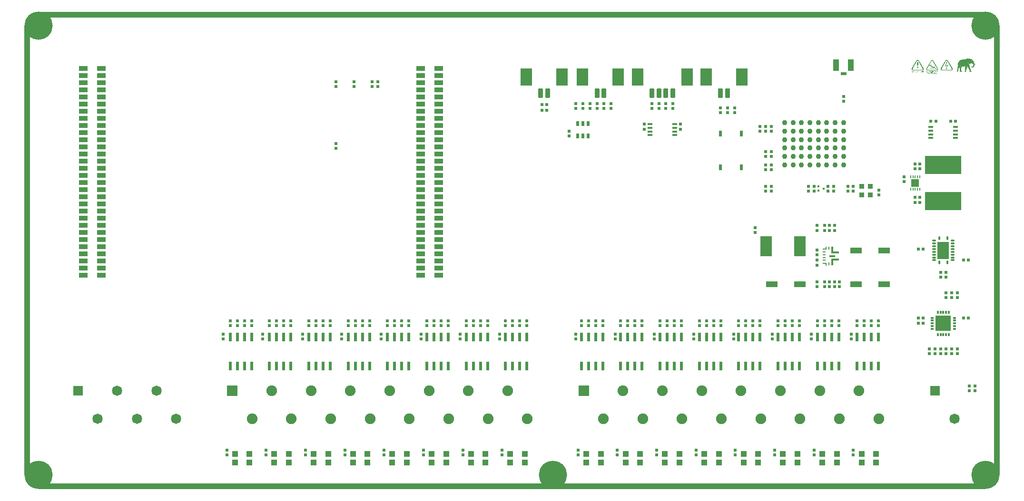
<source format=gts>
G04*
G04 #@! TF.GenerationSoftware,Altium Limited,Altium Designer,20.0.13 (296)*
G04*
G04 Layer_Color=8388736*
%FSLAX25Y25*%
%MOIN*%
G70*
G01*
G75*
%ADD55R,0.06189X0.03315*%
%ADD56R,6.63386X0.03937*%
%ADD57R,0.03937X3.14961*%
G04:AMPARAMS|DCode=58|XSize=24.41mil|YSize=10.24mil|CornerRadius=1.34mil|HoleSize=0mil|Usage=FLASHONLY|Rotation=0.000|XOffset=0mil|YOffset=0mil|HoleType=Round|Shape=RoundedRectangle|*
%AMROUNDEDRECTD58*
21,1,0.02441,0.00756,0,0,0.0*
21,1,0.02173,0.01024,0,0,0.0*
1,1,0.00268,0.01087,-0.00378*
1,1,0.00268,-0.01087,-0.00378*
1,1,0.00268,-0.01087,0.00378*
1,1,0.00268,0.01087,0.00378*
%
%ADD58ROUNDEDRECTD58*%
G04:AMPARAMS|DCode=59|XSize=24.41mil|YSize=10.24mil|CornerRadius=1.34mil|HoleSize=0mil|Usage=FLASHONLY|Rotation=90.000|XOffset=0mil|YOffset=0mil|HoleType=Round|Shape=RoundedRectangle|*
%AMROUNDEDRECTD59*
21,1,0.02441,0.00756,0,0,90.0*
21,1,0.02173,0.01024,0,0,90.0*
1,1,0.00268,0.00378,0.01087*
1,1,0.00268,0.00378,-0.01087*
1,1,0.00268,-0.00378,-0.01087*
1,1,0.00268,-0.00378,0.01087*
%
%ADD59ROUNDEDRECTD59*%
%ADD60R,0.08150X0.12087*%
%ADD61R,0.05787X0.01654*%
%ADD62R,0.01654X0.05000*%
%ADD63R,0.01063X0.02343*%
%ADD64R,0.02835X0.00965*%
%ADD65R,0.01063X0.02244*%
%ADD66R,0.02244X0.01063*%
%ADD67R,0.04016X0.01654*%
%ADD68R,0.01063X0.02047*%
%ADD69R,0.05591X0.05197*%
%ADD70R,0.07953X0.13858*%
%ADD71R,0.02047X0.03228*%
%ADD72R,0.01654X0.01654*%
%ADD73R,0.01654X0.01654*%
%ADD74R,0.05866X0.02992*%
%ADD75R,0.25669X0.12598*%
%ADD76R,0.02126X0.01929*%
%ADD77R,0.11102X0.11102*%
%ADD78R,0.01260X0.02047*%
%ADD79R,0.02047X0.01260*%
%ADD80R,0.02047X0.04016*%
%ADD81R,0.03228X0.01654*%
%ADD82R,0.04016X0.04016*%
%ADD83R,0.02441X0.02047*%
%ADD84R,0.03228X0.03228*%
%ADD85R,0.02047X0.05984*%
%ADD86R,0.01929X0.02126*%
%ADD87R,0.08346X0.11890*%
G04:AMPARAMS|DCode=88|XSize=63.78mil|YSize=32.68mil|CornerRadius=3.58mil|HoleSize=0mil|Usage=FLASHONLY|Rotation=270.000|XOffset=0mil|YOffset=0mil|HoleType=Round|Shape=RoundedRectangle|*
%AMROUNDEDRECTD88*
21,1,0.06378,0.02551,0,0,270.0*
21,1,0.05661,0.03268,0,0,270.0*
1,1,0.00717,-0.01276,-0.02831*
1,1,0.00717,-0.01276,0.02831*
1,1,0.00717,0.01276,0.02831*
1,1,0.00717,0.01276,-0.02831*
%
%ADD88ROUNDEDRECTD88*%
%ADD89R,0.04016X0.07953*%
%ADD90R,0.04016X0.02441*%
%ADD91R,0.07953X0.04016*%
%ADD92C,0.03622*%
%ADD93C,0.07480*%
%ADD94R,0.07480X0.07480*%
%ADD95R,0.07165X0.07165*%
%ADD96C,0.07165*%
%ADD97C,0.02953*%
%ADD98C,0.19764*%
G36*
X650971Y291920D02*
X651224D01*
Y291857D01*
X651731D01*
Y291920D01*
X652365D01*
Y291857D01*
X652998D01*
Y291793D01*
X653378D01*
Y291730D01*
X653632D01*
Y291667D01*
X653695D01*
Y291603D01*
X653822D01*
Y291540D01*
X653949D01*
Y291476D01*
X654012D01*
Y291413D01*
X654075D01*
Y291350D01*
X654139D01*
Y291286D01*
X654202D01*
Y291223D01*
X654265D01*
Y291160D01*
X654329D01*
Y291096D01*
Y291033D01*
X654265D01*
Y290969D01*
Y290906D01*
X654329D01*
Y290969D01*
X654392D01*
Y291033D01*
X654456D01*
Y290969D01*
Y290906D01*
X654519D01*
Y290843D01*
Y290779D01*
X654646D01*
Y290716D01*
X654582D01*
Y290653D01*
X654709D01*
Y290589D01*
X654772D01*
Y290526D01*
Y290463D01*
Y290399D01*
X654836D01*
Y290336D01*
X654899D01*
Y290272D01*
Y290209D01*
X654962D01*
Y290146D01*
Y290082D01*
Y290019D01*
X655026D01*
Y289956D01*
Y289892D01*
X655089D01*
Y289829D01*
Y289766D01*
X655153D01*
Y289702D01*
Y289639D01*
X655216D01*
Y289576D01*
X655279D01*
Y289512D01*
Y289449D01*
X655343D01*
Y289386D01*
Y289322D01*
X655406D01*
Y289259D01*
X655469D01*
Y289195D01*
X655406D01*
Y289132D01*
X655469D01*
Y289069D01*
X655533D01*
Y289005D01*
Y288942D01*
Y288879D01*
X655596D01*
Y288815D01*
Y288752D01*
Y288688D01*
X655659D01*
Y288625D01*
Y288562D01*
Y288498D01*
Y288435D01*
Y288372D01*
X655723D01*
Y288308D01*
Y288245D01*
X656546D01*
Y288182D01*
X656483D01*
Y288118D01*
X656356D01*
Y288055D01*
X656103D01*
Y287991D01*
X656483D01*
Y287928D01*
X656420D01*
Y287865D01*
X656356D01*
Y287928D01*
X656293D01*
Y287865D01*
X656230D01*
Y287801D01*
X655786D01*
Y287738D01*
Y287675D01*
Y287611D01*
Y287548D01*
Y287485D01*
Y287421D01*
Y287358D01*
Y287295D01*
Y287231D01*
Y287168D01*
X655723D01*
Y287105D01*
Y287041D01*
Y286978D01*
Y286914D01*
X655659D01*
Y286851D01*
X655596D01*
Y286788D01*
X655659D01*
Y286724D01*
X655596D01*
Y286661D01*
X655533D01*
Y286598D01*
X655469D01*
Y286534D01*
X655533D01*
Y286471D01*
X655469D01*
Y286407D01*
Y286344D01*
X655406D01*
Y286407D01*
X655343D01*
Y286344D01*
X655406D01*
Y286281D01*
Y286217D01*
X655343D01*
Y286154D01*
X655279D01*
Y286091D01*
Y286027D01*
X655216D01*
Y285964D01*
X655089D01*
Y285901D01*
Y285837D01*
X654962D01*
Y285774D01*
X654899D01*
Y285711D01*
X654772D01*
Y285647D01*
X654582D01*
Y285584D01*
X654265D01*
Y285647D01*
X654075D01*
Y285711D01*
X653949D01*
Y285774D01*
X653885D01*
Y285837D01*
X653822D01*
Y285901D01*
X653759D01*
Y285964D01*
Y286027D01*
Y286091D01*
X653695D01*
Y286154D01*
Y286217D01*
X653632D01*
Y286281D01*
Y286344D01*
Y286407D01*
Y286471D01*
X653695D01*
Y286534D01*
X653759D01*
Y286598D01*
X653695D01*
Y286661D01*
X653759D01*
Y286724D01*
Y286788D01*
X653822D01*
Y286851D01*
X653885D01*
Y286914D01*
X653949D01*
Y286978D01*
X654139D01*
Y286914D01*
X654202D01*
Y286851D01*
Y286788D01*
X654139D01*
Y286724D01*
X654202D01*
Y286661D01*
Y286598D01*
X654139D01*
Y286534D01*
X654075D01*
Y286471D01*
Y286407D01*
Y286344D01*
X654139D01*
Y286281D01*
X654265D01*
Y286217D01*
X654456D01*
Y286281D01*
X654582D01*
Y286344D01*
X654646D01*
Y286407D01*
X654709D01*
Y286471D01*
Y286534D01*
Y286598D01*
X654772D01*
Y286661D01*
X654836D01*
Y286724D01*
X654772D01*
Y286788D01*
X654836D01*
Y286851D01*
Y286914D01*
Y286978D01*
Y287041D01*
Y287105D01*
Y287168D01*
Y287231D01*
Y287295D01*
Y287358D01*
Y287421D01*
Y287485D01*
Y287548D01*
X654899D01*
Y287611D01*
X654836D01*
Y287675D01*
Y287738D01*
X654772D01*
Y287801D01*
Y287865D01*
X654709D01*
Y287928D01*
Y287991D01*
Y288055D01*
X654646D01*
Y288118D01*
Y288182D01*
X654582D01*
Y288245D01*
Y288308D01*
X654519D01*
Y288372D01*
X654139D01*
Y288308D01*
X653949D01*
Y288372D01*
X653885D01*
Y288435D01*
X653759D01*
Y288498D01*
X653695D01*
Y288562D01*
X653569D01*
Y288625D01*
X653125D01*
Y288562D01*
X653062D01*
Y288498D01*
X652935D01*
Y288435D01*
Y288372D01*
X652745D01*
Y288308D01*
Y288245D01*
X652618D01*
Y288182D01*
X652491D01*
Y288245D01*
X652428D01*
Y288182D01*
X652301D01*
Y288245D01*
X652175D01*
Y288308D01*
X652048D01*
Y288372D01*
X651921D01*
Y288435D01*
Y288498D01*
X651858D01*
Y288435D01*
X651794D01*
Y288498D01*
X651731D01*
Y288562D01*
X651668D01*
Y288625D01*
Y288688D01*
X651731D01*
Y288752D01*
X651604D01*
Y288688D01*
Y288625D01*
X651541D01*
Y288688D01*
X651477D01*
Y288752D01*
X651414D01*
Y288815D01*
X651351D01*
Y288879D01*
X651288D01*
Y288942D01*
X651224D01*
Y289005D01*
X651161D01*
Y289069D01*
X651097D01*
Y289132D01*
Y289195D01*
X651034D01*
Y289259D01*
X650971D01*
Y289322D01*
X650907D01*
Y289386D01*
Y289449D01*
X650844D01*
Y289512D01*
X650781D01*
Y289576D01*
Y289639D01*
X650717D01*
Y289576D01*
Y289512D01*
X650781D01*
Y289449D01*
Y289386D01*
X650844D01*
Y289322D01*
Y289259D01*
X650907D01*
Y289195D01*
X650971D01*
Y289132D01*
X651034D01*
Y289069D01*
Y289005D01*
X651097D01*
Y288942D01*
X651161D01*
Y288879D01*
X651224D01*
Y288815D01*
X651288D01*
Y288752D01*
X651351D01*
Y288688D01*
X651477D01*
Y288625D01*
X651541D01*
Y288562D01*
X651604D01*
Y288498D01*
X651668D01*
Y288435D01*
X651794D01*
Y288372D01*
X651858D01*
Y288308D01*
Y288245D01*
X651984D01*
Y288182D01*
Y288118D01*
Y288055D01*
Y287991D01*
Y287928D01*
Y287865D01*
Y287801D01*
Y287738D01*
X652048D01*
Y287675D01*
Y287611D01*
Y287548D01*
Y287485D01*
Y287421D01*
Y287358D01*
Y287295D01*
Y287231D01*
X652111D01*
Y287168D01*
X652175D01*
Y287105D01*
Y287041D01*
Y286978D01*
X652238D01*
Y286914D01*
Y286851D01*
X652301D01*
Y286788D01*
Y286724D01*
Y286661D01*
Y286598D01*
Y286534D01*
X652365D01*
Y286471D01*
Y286407D01*
Y286344D01*
X652428D01*
Y286281D01*
Y286217D01*
X652365D01*
Y286154D01*
X652428D01*
Y286091D01*
X652491D01*
Y286027D01*
Y285964D01*
X652428D01*
Y285901D01*
X652491D01*
Y285837D01*
Y285774D01*
X652555D01*
Y285711D01*
Y285647D01*
Y285584D01*
X652618D01*
Y285520D01*
Y285457D01*
Y285394D01*
Y285330D01*
X652681D01*
Y285267D01*
Y285204D01*
Y285140D01*
X652745D01*
Y285077D01*
X652681D01*
Y285014D01*
X652745D01*
Y284950D01*
X652808D01*
Y284887D01*
Y284823D01*
Y284760D01*
X652872D01*
Y284697D01*
Y284633D01*
Y284570D01*
X652935D01*
Y284507D01*
X652872D01*
Y284443D01*
X652935D01*
Y284380D01*
Y284317D01*
X652998D01*
Y284253D01*
X652935D01*
Y284190D01*
X652998D01*
Y284126D01*
Y284063D01*
Y284000D01*
Y283936D01*
Y283873D01*
X653062D01*
Y283810D01*
Y283746D01*
Y283683D01*
X653125D01*
Y283620D01*
Y283556D01*
X653188D01*
Y283493D01*
Y283430D01*
X653252D01*
Y283366D01*
Y283303D01*
X653315D01*
Y283239D01*
X653378D01*
Y283176D01*
Y283113D01*
X653442D01*
Y283049D01*
X653505D01*
Y282986D01*
X653569D01*
Y282923D01*
Y282859D01*
X653505D01*
Y282796D01*
X653315D01*
Y282733D01*
X652745D01*
Y282669D01*
X652681D01*
Y282733D01*
X652238D01*
Y282796D01*
Y282859D01*
X652175D01*
Y282923D01*
Y282986D01*
Y283049D01*
Y283113D01*
X652238D01*
Y283176D01*
Y283239D01*
X652301D01*
Y283303D01*
X652365D01*
Y283366D01*
Y283430D01*
X652301D01*
Y283493D01*
Y283556D01*
Y283620D01*
X652238D01*
Y283683D01*
Y283746D01*
Y283810D01*
X652175D01*
Y283873D01*
Y283936D01*
Y284000D01*
X652111D01*
Y284063D01*
Y284126D01*
X652048D01*
Y284190D01*
Y284253D01*
X651984D01*
Y284317D01*
Y284380D01*
X651921D01*
Y284443D01*
Y284507D01*
X651858D01*
Y284570D01*
X651794D01*
Y284633D01*
Y284697D01*
X651731D01*
Y284760D01*
X651794D01*
Y284823D01*
X651668D01*
Y284887D01*
Y284950D01*
Y285014D01*
X651541D01*
Y285077D01*
Y285140D01*
X651477D01*
Y285204D01*
Y285267D01*
X651414D01*
Y285330D01*
X651351D01*
Y285394D01*
X651477D01*
Y285457D01*
X651288D01*
Y285520D01*
X651224D01*
Y285584D01*
Y285647D01*
X651161D01*
Y285711D01*
X651097D01*
Y285774D01*
X651034D01*
Y285837D01*
X650971D01*
Y285901D01*
X650907D01*
Y285964D01*
X650844D01*
Y286027D01*
X650781D01*
Y286091D01*
X650717D01*
Y286154D01*
X650654D01*
Y286217D01*
X650591D01*
Y286281D01*
X650527D01*
Y286344D01*
Y286407D01*
X650464D01*
Y286471D01*
X650400D01*
Y286534D01*
Y286598D01*
X650337D01*
Y286661D01*
X650274D01*
Y286724D01*
Y286788D01*
X650210D01*
Y286851D01*
Y286914D01*
X650147D01*
Y286978D01*
Y287041D01*
X650084D01*
Y286978D01*
Y286914D01*
X650147D01*
Y286851D01*
Y286788D01*
X650210D01*
Y286724D01*
Y286661D01*
X650274D01*
Y286598D01*
Y286534D01*
X650337D01*
Y286471D01*
X650400D01*
Y286407D01*
Y286344D01*
X650464D01*
Y286281D01*
X650527D01*
Y286217D01*
Y286154D01*
X650591D01*
Y286091D01*
Y286027D01*
Y285964D01*
Y285901D01*
X650527D01*
Y285837D01*
Y285774D01*
Y285711D01*
X650464D01*
Y285647D01*
Y285584D01*
Y285520D01*
X650400D01*
Y285457D01*
Y285394D01*
X650337D01*
Y285330D01*
Y285267D01*
Y285204D01*
X650274D01*
Y285140D01*
Y285077D01*
Y285014D01*
X650210D01*
Y284950D01*
Y284887D01*
Y284823D01*
Y284760D01*
X650147D01*
Y284697D01*
Y284633D01*
Y284570D01*
Y284507D01*
X650084D01*
Y284443D01*
Y284380D01*
Y284317D01*
X650020D01*
Y284253D01*
Y284190D01*
X649957D01*
Y284126D01*
Y284063D01*
Y284000D01*
X649894D01*
Y283936D01*
Y283873D01*
X649830D01*
Y283810D01*
Y283746D01*
Y283683D01*
Y283620D01*
Y283556D01*
X649767D01*
Y283493D01*
Y283430D01*
X649830D01*
Y283366D01*
Y283303D01*
Y283239D01*
X649894D01*
Y283176D01*
X649957D01*
Y283113D01*
X650020D01*
Y283049D01*
X650084D01*
Y282986D01*
X650147D01*
Y282923D01*
Y282859D01*
X650210D01*
Y282796D01*
Y282733D01*
Y282669D01*
X650084D01*
Y282606D01*
X649260D01*
Y282669D01*
X649070D01*
Y282606D01*
X648753D01*
Y282669D01*
X648690D01*
Y282733D01*
Y282796D01*
Y282859D01*
Y282923D01*
X648753D01*
Y282986D01*
Y283049D01*
X648816D01*
Y283113D01*
X648943D01*
Y283176D01*
Y283239D01*
Y283303D01*
X649007D01*
Y283366D01*
X648943D01*
Y283430D01*
Y283493D01*
Y283556D01*
Y283620D01*
Y283683D01*
Y283746D01*
Y283810D01*
Y283873D01*
Y283936D01*
Y284000D01*
Y284063D01*
X649007D01*
Y284126D01*
Y284190D01*
Y284253D01*
Y284317D01*
Y284380D01*
Y284443D01*
Y284507D01*
Y284570D01*
X649070D01*
Y284633D01*
Y284697D01*
Y284760D01*
Y284823D01*
Y284887D01*
X649133D01*
Y284950D01*
Y285014D01*
Y285077D01*
Y285140D01*
Y285204D01*
Y285267D01*
X649197D01*
Y285330D01*
Y285394D01*
Y285457D01*
Y285520D01*
Y285584D01*
Y285647D01*
Y285711D01*
Y285774D01*
Y285837D01*
Y285901D01*
Y285964D01*
Y286027D01*
X649260D01*
Y286091D01*
X649197D01*
Y286154D01*
Y286217D01*
Y286281D01*
Y286344D01*
Y286407D01*
Y286471D01*
Y286534D01*
Y286598D01*
X649133D01*
Y286661D01*
Y286724D01*
Y286788D01*
X649007D01*
Y286724D01*
X648880D01*
Y286661D01*
X648753D01*
Y286598D01*
X648626D01*
Y286534D01*
X648436D01*
Y286471D01*
X648246D01*
Y286407D01*
X647929D01*
Y286344D01*
X647803D01*
Y286407D01*
X647612D01*
Y286344D01*
X647169D01*
Y286407D01*
X647106D01*
Y286344D01*
X647169D01*
Y286281D01*
X647042D01*
Y286217D01*
Y286154D01*
X646979D01*
Y286091D01*
X646916D01*
Y286027D01*
X646852D01*
Y285964D01*
X646789D01*
Y285901D01*
X646726D01*
Y285837D01*
X646662D01*
Y285774D01*
X646599D01*
Y285711D01*
X646535D01*
Y285647D01*
Y285584D01*
X646472D01*
Y285520D01*
Y285457D01*
Y285394D01*
X646409D01*
Y285330D01*
Y285267D01*
X646345D01*
Y285204D01*
Y285140D01*
Y285077D01*
X646282D01*
Y285014D01*
Y284950D01*
Y284887D01*
Y284823D01*
X646345D01*
Y284760D01*
Y284697D01*
Y284633D01*
Y284570D01*
Y284507D01*
Y284443D01*
Y284380D01*
Y284317D01*
Y284253D01*
Y284190D01*
Y284126D01*
Y284063D01*
Y284000D01*
Y283936D01*
Y283873D01*
Y283810D01*
X646409D01*
Y283746D01*
Y283683D01*
Y283620D01*
X646472D01*
Y283556D01*
Y283493D01*
X646535D01*
Y283430D01*
X646599D01*
Y283366D01*
X646662D01*
Y283303D01*
X646726D01*
Y283239D01*
X646789D01*
Y283176D01*
X646852D01*
Y283113D01*
X646916D01*
Y283049D01*
X646979D01*
Y282986D01*
Y282923D01*
Y282859D01*
X646916D01*
Y282796D01*
X645522D01*
Y282859D01*
X645395D01*
Y282923D01*
Y282986D01*
Y283049D01*
Y283113D01*
Y283176D01*
Y283239D01*
Y283303D01*
Y283366D01*
Y283430D01*
Y283493D01*
Y283556D01*
Y283620D01*
Y283683D01*
Y283746D01*
X645458D01*
Y283810D01*
Y283873D01*
Y283936D01*
Y284000D01*
Y284063D01*
X645522D01*
Y284126D01*
Y284190D01*
Y284253D01*
Y284317D01*
Y284380D01*
Y284443D01*
Y284507D01*
Y284570D01*
Y284633D01*
Y284697D01*
Y284760D01*
Y284823D01*
Y284887D01*
Y284950D01*
Y285014D01*
Y285077D01*
X645458D01*
Y285140D01*
Y285204D01*
Y285267D01*
Y285330D01*
Y285394D01*
Y285457D01*
Y285520D01*
X645395D01*
Y285584D01*
X645331D01*
Y285647D01*
X645268D01*
Y285711D01*
X645331D01*
Y285774D01*
X645395D01*
Y285837D01*
X645458D01*
Y285901D01*
X645522D01*
Y285964D01*
X645585D01*
Y286027D01*
Y286091D01*
X645648D01*
Y286154D01*
X645775D01*
Y286217D01*
Y286281D01*
Y286344D01*
X645712D01*
Y286281D01*
X645648D01*
Y286217D01*
X645585D01*
Y286154D01*
X645522D01*
Y286091D01*
Y286027D01*
X645458D01*
Y285964D01*
X645395D01*
Y286027D01*
X645268D01*
Y285964D01*
X645395D01*
Y285901D01*
X645331D01*
Y285837D01*
X645268D01*
Y285774D01*
X645205D01*
Y285711D01*
Y285647D01*
X645141D01*
Y285584D01*
X645078D01*
Y285520D01*
X645015D01*
Y285457D01*
X644951D01*
Y285394D01*
Y285330D01*
X644888D01*
Y285267D01*
X644825D01*
Y285204D01*
Y285140D01*
X644761D01*
Y285077D01*
Y285014D01*
X644635D01*
Y284950D01*
X644698D01*
Y284887D01*
X644635D01*
Y284823D01*
X644571D01*
Y284760D01*
Y284697D01*
Y284633D01*
X644508D01*
Y284570D01*
Y284507D01*
X644445D01*
Y284443D01*
Y284380D01*
X644381D01*
Y284317D01*
X644445D01*
Y284253D01*
X644381D01*
Y284190D01*
Y284126D01*
Y284063D01*
Y284000D01*
X644318D01*
Y284063D01*
X644254D01*
Y284000D01*
X644318D01*
Y283936D01*
Y283873D01*
Y283810D01*
Y283746D01*
X644254D01*
Y283683D01*
Y283620D01*
Y283556D01*
X644191D01*
Y283493D01*
Y283430D01*
Y283366D01*
X644128D01*
Y283303D01*
X644191D01*
Y283239D01*
Y283176D01*
Y283113D01*
X644254D01*
Y283049D01*
X644191D01*
Y283113D01*
X644128D01*
Y283049D01*
X644191D01*
Y282986D01*
Y282923D01*
Y282859D01*
X644064D01*
Y282796D01*
X644001D01*
Y282859D01*
X643431D01*
Y282923D01*
X643367D01*
Y282986D01*
X643304D01*
Y283049D01*
Y283113D01*
X643241D01*
Y283176D01*
Y283239D01*
Y283303D01*
Y283366D01*
Y283430D01*
Y283493D01*
X643304D01*
Y283556D01*
Y283620D01*
X643367D01*
Y283683D01*
X643431D01*
Y283746D01*
X643494D01*
Y283810D01*
X643557D01*
Y283746D01*
X643621D01*
Y283810D01*
X643557D01*
Y283873D01*
Y283936D01*
Y284000D01*
Y284063D01*
X643621D01*
Y284126D01*
Y284190D01*
Y284253D01*
X643684D01*
Y284317D01*
Y284380D01*
X643748D01*
Y284443D01*
Y284507D01*
X643621D01*
Y284443D01*
X643557D01*
Y284507D01*
Y284570D01*
X643431D01*
Y284633D01*
Y284697D01*
X643494D01*
Y284760D01*
Y284823D01*
Y284887D01*
Y284950D01*
Y285014D01*
X643557D01*
Y285077D01*
Y285140D01*
Y285204D01*
X643621D01*
Y285267D01*
Y285330D01*
Y285394D01*
Y285457D01*
X643684D01*
Y285520D01*
Y285584D01*
Y285647D01*
X643748D01*
Y285711D01*
Y285774D01*
Y285837D01*
X643811D01*
Y285901D01*
Y285964D01*
Y286027D01*
Y286091D01*
X643874D01*
Y286027D01*
X643938D01*
Y285964D01*
Y285901D01*
Y285837D01*
Y285774D01*
X643874D01*
Y285711D01*
Y285647D01*
Y285584D01*
Y285520D01*
X643811D01*
Y285457D01*
Y285394D01*
Y285330D01*
X643748D01*
Y285267D01*
Y285204D01*
Y285140D01*
Y285077D01*
Y285014D01*
Y284950D01*
Y284887D01*
Y284823D01*
Y284760D01*
Y284697D01*
Y284633D01*
X643684D01*
Y284570D01*
X643811D01*
Y284633D01*
Y284697D01*
Y284760D01*
X643874D01*
Y284823D01*
Y284887D01*
Y284950D01*
Y285014D01*
X643938D01*
Y285077D01*
Y285140D01*
Y285204D01*
Y285267D01*
Y285330D01*
X644001D01*
Y285394D01*
Y285457D01*
Y285520D01*
Y285584D01*
Y285647D01*
Y285711D01*
Y285774D01*
Y285837D01*
Y285901D01*
Y285964D01*
Y286027D01*
Y286091D01*
X643938D01*
Y286154D01*
X643874D01*
Y286217D01*
Y286281D01*
Y286344D01*
X643938D01*
Y286407D01*
Y286471D01*
Y286534D01*
Y286598D01*
Y286661D01*
Y286724D01*
Y286788D01*
Y286851D01*
X644001D01*
Y286914D01*
Y286978D01*
Y287041D01*
Y287105D01*
Y287168D01*
Y287231D01*
Y287295D01*
X644064D01*
Y287358D01*
Y287421D01*
Y287485D01*
Y287548D01*
Y287611D01*
Y287675D01*
Y287738D01*
Y287801D01*
Y287865D01*
Y287928D01*
Y287991D01*
Y288055D01*
Y288118D01*
Y288182D01*
Y288245D01*
Y288308D01*
Y288372D01*
Y288435D01*
Y288498D01*
X644128D01*
Y288562D01*
Y288625D01*
Y288688D01*
Y288752D01*
Y288815D01*
X644191D01*
Y288879D01*
Y288942D01*
X644254D01*
Y289005D01*
Y289069D01*
Y289132D01*
X644318D01*
Y289195D01*
X644381D01*
Y289259D01*
Y289322D01*
X644445D01*
Y289386D01*
Y289449D01*
X644571D01*
Y289512D01*
Y289576D01*
Y289639D01*
X644635D01*
Y289702D01*
X644698D01*
Y289766D01*
X644825D01*
Y289829D01*
X644761D01*
Y289892D01*
X644825D01*
Y289956D01*
X644888D01*
Y290019D01*
Y290082D01*
X644951D01*
Y290146D01*
X645015D01*
Y290209D01*
Y290272D01*
X645078D01*
Y290336D01*
X645141D01*
Y290399D01*
X645205D01*
Y290336D01*
X645268D01*
Y290399D01*
X645205D01*
Y290463D01*
Y290526D01*
X645268D01*
Y290589D01*
X645331D01*
Y290653D01*
X645395D01*
Y290716D01*
X645458D01*
Y290779D01*
X645648D01*
Y290843D01*
Y290906D01*
X645712D01*
Y290843D01*
X645775D01*
Y290906D01*
Y290969D01*
X645902D01*
Y291033D01*
X646029D01*
Y291096D01*
X646282D01*
Y291160D01*
X646472D01*
Y291096D01*
X646535D01*
Y291160D01*
X646472D01*
Y291223D01*
X646979D01*
Y291286D01*
X648500D01*
Y291350D01*
X648816D01*
Y291413D01*
X649007D01*
Y291476D01*
X649197D01*
Y291540D01*
X649387D01*
Y291603D01*
X649640D01*
Y291667D01*
X649830D01*
Y291730D01*
X650084D01*
Y291793D01*
X650210D01*
Y291857D01*
X650400D01*
Y291920D01*
X650464D01*
Y291857D01*
X650527D01*
Y291920D01*
X650591D01*
Y291857D01*
X650654D01*
Y291920D01*
X650591D01*
Y291983D01*
X650971D01*
Y291920D01*
D02*
G37*
G36*
X636322Y291061D02*
X636401Y291048D01*
X636486Y291021D01*
X636585Y290982D01*
X636683Y290923D01*
X636775Y290851D01*
X636788Y290844D01*
X636808Y290818D01*
X636834Y290785D01*
X636860Y290759D01*
X636867Y290752D01*
X636880Y290726D01*
X636906Y290693D01*
X636932Y290654D01*
X640226Y284940D01*
X640232Y284927D01*
X640252Y284894D01*
X640278Y284835D01*
X640304Y284757D01*
X640331Y284665D01*
X640344Y284566D01*
X640350Y284448D01*
X640331Y284330D01*
Y284324D01*
X640324Y284297D01*
X640311Y284258D01*
X640291Y284212D01*
Y284206D01*
X640278Y284179D01*
X640265Y284140D01*
X640239Y284094D01*
X640232Y284081D01*
X640206Y284048D01*
X640167Y283996D01*
X640114Y283937D01*
X640048Y283871D01*
X639963Y283812D01*
X639871Y283753D01*
X639760Y283707D01*
X639747D01*
X639714Y283694D01*
X639675Y283687D01*
X639642Y283681D01*
X639635D01*
X639615Y283674D01*
X639576D01*
X639524Y283668D01*
X632852D01*
X632793Y283681D01*
X632714Y283694D01*
X632622Y283720D01*
X632524Y283759D01*
X632426Y283819D01*
X632327Y283891D01*
X632321Y283897D01*
X632295Y283917D01*
X632268Y283950D01*
X632242Y283982D01*
X632235Y283989D01*
X632216Y284015D01*
X632196Y284048D01*
X632176Y284087D01*
X632170D01*
Y284094D01*
X632163Y284107D01*
X632144Y284140D01*
X632124Y284199D01*
X632098Y284271D01*
X632078Y284356D01*
X632065Y284455D01*
Y284566D01*
X632078Y284684D01*
Y284691D01*
X632085Y284698D01*
X632091Y284730D01*
X632098Y284770D01*
X632111Y284796D01*
Y284803D01*
X632124Y284829D01*
X632137Y284868D01*
X632163Y284914D01*
Y284921D01*
X632170Y284927D01*
X635470Y290641D01*
X635476Y290647D01*
X635489Y290667D01*
X635509Y290700D01*
X635535Y290739D01*
X635568Y290785D01*
X635614Y290831D01*
X635666Y290877D01*
X635719Y290916D01*
X635725D01*
X635732Y290930D01*
X635752Y290936D01*
X635778Y290956D01*
X635784Y290962D01*
X635811Y290975D01*
X635850Y290995D01*
X635903Y291015D01*
X635968Y291035D01*
X636040Y291054D01*
X636119Y291067D01*
X636204Y291074D01*
X636257D01*
X636322Y291061D01*
D02*
G37*
G36*
X626154D02*
X626233Y291048D01*
X626318Y291021D01*
X626417Y290982D01*
X626515Y290923D01*
X626607Y290851D01*
X626620Y290844D01*
X626640Y290818D01*
X626666Y290785D01*
X626692Y290759D01*
X626699Y290752D01*
X626712Y290726D01*
X626738Y290693D01*
X626764Y290654D01*
X630058Y284940D01*
X630064Y284927D01*
X630084Y284894D01*
X630110Y284835D01*
X630136Y284757D01*
X630162Y284665D01*
X630176Y284566D01*
X630182Y284448D01*
X630162Y284330D01*
Y284324D01*
X630156Y284297D01*
X630143Y284258D01*
X630123Y284212D01*
Y284206D01*
X630110Y284179D01*
X630097Y284140D01*
X630071Y284094D01*
X630064Y284081D01*
X630038Y284048D01*
X629998Y283996D01*
X629946Y283937D01*
X629881Y283871D01*
X629795Y283812D01*
X629703Y283753D01*
X629592Y283707D01*
X629579D01*
X629546Y283694D01*
X629506Y283687D01*
X629474Y283681D01*
X629467D01*
X629448Y283674D01*
X629408D01*
X629356Y283668D01*
X622684D01*
X622625Y283681D01*
X622546Y283694D01*
X622455Y283720D01*
X622356Y283759D01*
X622258Y283819D01*
X622159Y283891D01*
X622153Y283897D01*
X622126Y283917D01*
X622100Y283950D01*
X622074Y283982D01*
X622067Y283989D01*
X622048Y284015D01*
X622028Y284048D01*
X622008Y284087D01*
X622002D01*
Y284094D01*
X621995Y284107D01*
X621976Y284140D01*
X621956Y284199D01*
X621930Y284271D01*
X621910Y284356D01*
X621897Y284455D01*
Y284566D01*
X621910Y284684D01*
Y284691D01*
X621917Y284698D01*
X621923Y284730D01*
X621930Y284770D01*
X621943Y284796D01*
Y284803D01*
X621956Y284829D01*
X621969Y284868D01*
X621995Y284914D01*
Y284921D01*
X622002Y284927D01*
X625302Y290641D01*
X625308Y290647D01*
X625321Y290667D01*
X625341Y290700D01*
X625367Y290739D01*
X625400Y290785D01*
X625446Y290831D01*
X625498Y290877D01*
X625551Y290916D01*
X625557D01*
X625564Y290930D01*
X625584Y290936D01*
X625610Y290956D01*
X625616Y290962D01*
X625643Y290975D01*
X625682Y290995D01*
X625735Y291015D01*
X625800Y291035D01*
X625872Y291054D01*
X625951Y291067D01*
X626036Y291074D01*
X626089D01*
X626154Y291061D01*
D02*
G37*
G36*
X615986D02*
X616065Y291048D01*
X616150Y291021D01*
X616249Y290982D01*
X616347Y290923D01*
X616439Y290851D01*
X616452Y290844D01*
X616472Y290818D01*
X616498Y290785D01*
X616524Y290759D01*
X616531Y290752D01*
X616544Y290726D01*
X616570Y290693D01*
X616597Y290654D01*
X619890Y284940D01*
X619896Y284927D01*
X619916Y284894D01*
X619942Y284835D01*
X619968Y284757D01*
X619994Y284665D01*
X620008Y284566D01*
X620014Y284448D01*
X619994Y284330D01*
Y284324D01*
X619988Y284297D01*
X619975Y284258D01*
X619955Y284212D01*
Y284206D01*
X619942Y284179D01*
X619929Y284140D01*
X619903Y284094D01*
X619896Y284081D01*
X619870Y284048D01*
X619831Y283996D01*
X619778Y283937D01*
X619712Y283871D01*
X619627Y283812D01*
X619535Y283753D01*
X619424Y283707D01*
X619411D01*
X619378Y283694D01*
X619339Y283687D01*
X619306Y283681D01*
X619299D01*
X619279Y283674D01*
X619240D01*
X619188Y283668D01*
X612516D01*
X612457Y283681D01*
X612378Y283694D01*
X612287Y283720D01*
X612188Y283759D01*
X612090Y283819D01*
X611991Y283891D01*
X611985Y283897D01*
X611959Y283917D01*
X611932Y283950D01*
X611906Y283982D01*
X611900Y283989D01*
X611880Y284015D01*
X611860Y284048D01*
X611840Y284087D01*
X611834D01*
Y284094D01*
X611827Y284107D01*
X611808Y284140D01*
X611788Y284199D01*
X611762Y284271D01*
X611742Y284356D01*
X611729Y284455D01*
Y284566D01*
X611742Y284684D01*
Y284691D01*
X611749Y284698D01*
X611755Y284730D01*
X611762Y284770D01*
X611775Y284796D01*
Y284803D01*
X611788Y284829D01*
X611801Y284868D01*
X611827Y284914D01*
Y284921D01*
X611834Y284927D01*
X615134Y290641D01*
X615140Y290647D01*
X615153Y290667D01*
X615173Y290700D01*
X615199Y290739D01*
X615232Y290785D01*
X615278Y290831D01*
X615330Y290877D01*
X615383Y290916D01*
X615389D01*
X615396Y290930D01*
X615416Y290936D01*
X615442Y290956D01*
X615448Y290962D01*
X615475Y290975D01*
X615514Y290995D01*
X615566Y291015D01*
X615632Y291035D01*
X615704Y291054D01*
X615783Y291067D01*
X615868Y291074D01*
X615921D01*
X615986Y291061D01*
D02*
G37*
G36*
X630071Y282487D02*
X629926D01*
X629375Y283307D01*
Y282487D01*
X629244D01*
Y283530D01*
X629389D01*
X629933Y282710D01*
Y283530D01*
X630071D01*
Y282487D01*
D02*
G37*
G36*
X626574D02*
X626430D01*
X625879Y283307D01*
Y282487D01*
X625748D01*
Y283530D01*
X625892D01*
X626443Y282710D01*
Y283530D01*
X626574D01*
Y282487D01*
D02*
G37*
G36*
X619903D02*
X619758D01*
X619207Y283307D01*
Y282487D01*
X619076D01*
Y283530D01*
X619220D01*
X619765Y282710D01*
Y283530D01*
X619903D01*
Y282487D01*
D02*
G37*
G36*
X616406D02*
X616262D01*
X615711Y283307D01*
Y282487D01*
X615580D01*
Y283530D01*
X615724D01*
X616275Y282710D01*
Y283530D01*
X616406D01*
Y282487D01*
D02*
G37*
G36*
X627867D02*
X627722D01*
Y283530D01*
X627867D01*
Y282487D01*
D02*
G37*
G36*
X627558Y283405D02*
X627211D01*
Y282487D01*
X627073D01*
Y283405D01*
X626725D01*
Y283530D01*
X627558D01*
Y283405D01*
D02*
G37*
G36*
X625538D02*
X624915D01*
Y283084D01*
X625498D01*
Y282966D01*
X624915D01*
Y282605D01*
X625557D01*
Y282487D01*
X624777D01*
Y283530D01*
X625538D01*
Y283405D01*
D02*
G37*
G36*
X624632D02*
X624285D01*
Y282487D01*
X624147D01*
Y283405D01*
X623799D01*
Y283530D01*
X624632D01*
Y283405D01*
D02*
G37*
G36*
X623740D02*
X623393D01*
Y282487D01*
X623255D01*
Y283405D01*
X622907D01*
Y283530D01*
X623740D01*
Y283405D01*
D02*
G37*
G36*
X622986Y282487D02*
X622828D01*
X622704Y282802D01*
X622264D01*
X622153Y282487D01*
X622002D01*
X622409Y283530D01*
X622553D01*
X622986Y282487D01*
D02*
G37*
G36*
X617698D02*
X617554D01*
Y283530D01*
X617698D01*
Y282487D01*
D02*
G37*
G36*
X617390Y283405D02*
X617042D01*
Y282487D01*
X616905D01*
Y283405D01*
X616557D01*
Y283530D01*
X617390D01*
Y283405D01*
D02*
G37*
G36*
X615370D02*
X614747D01*
Y283084D01*
X615330D01*
Y282966D01*
X614747D01*
Y282605D01*
X615389D01*
Y282487D01*
X614609D01*
Y283530D01*
X615370D01*
Y283405D01*
D02*
G37*
G36*
X614465D02*
X614117D01*
Y282487D01*
X613979D01*
Y283405D01*
X613631D01*
Y283530D01*
X614465D01*
Y283405D01*
D02*
G37*
G36*
X613572D02*
X613225D01*
Y282487D01*
X613087D01*
Y283405D01*
X612739D01*
Y283530D01*
X613572D01*
Y283405D01*
D02*
G37*
G36*
X612818Y282487D02*
X612661D01*
X612536Y282802D01*
X612096D01*
X611985Y282487D01*
X611834D01*
X612241Y283530D01*
X612385D01*
X612818Y282487D01*
D02*
G37*
G36*
X628621Y283543D02*
X628654D01*
X628739Y283517D01*
X628785Y283504D01*
X628831Y283477D01*
X628837D01*
X628851Y283464D01*
X628870Y283451D01*
X628897Y283431D01*
X628956Y283372D01*
X629008Y283287D01*
Y283280D01*
X629014Y283267D01*
X629028Y283241D01*
X629041Y283208D01*
X629047Y283162D01*
X629061Y283117D01*
X629067Y283005D01*
Y282998D01*
Y282979D01*
Y282946D01*
X629061Y282913D01*
X629041Y282821D01*
X629001Y282723D01*
Y282716D01*
X628988Y282703D01*
X628975Y282677D01*
X628956Y282651D01*
X628897Y282592D01*
X628818Y282533D01*
X628811D01*
X628798Y282520D01*
X628772Y282513D01*
X628746Y282500D01*
X628660Y282480D01*
X628569Y282467D01*
X628542D01*
X628516Y282474D01*
X628477D01*
X628391Y282500D01*
X628345Y282513D01*
X628300Y282539D01*
X628293D01*
X628280Y282552D01*
X628260Y282565D01*
X628234Y282585D01*
X628175Y282644D01*
X628122Y282730D01*
Y282736D01*
X628116Y282749D01*
X628103Y282775D01*
X628096Y282808D01*
X628083Y282848D01*
X628070Y282893D01*
X628063Y282998D01*
Y283012D01*
Y283038D01*
X628070Y283090D01*
X628083Y283143D01*
X628096Y283208D01*
X628122Y283280D01*
X628155Y283346D01*
X628201Y283405D01*
X628208Y283412D01*
X628227Y283425D01*
X628260Y283451D01*
X628300Y283477D01*
X628352Y283504D01*
X628418Y283530D01*
X628490Y283543D01*
X628569Y283549D01*
X628595D01*
X628621Y283543D01*
D02*
G37*
G36*
X618453D02*
X618486D01*
X618571Y283517D01*
X618617Y283504D01*
X618663Y283477D01*
X618669D01*
X618682Y283464D01*
X618702Y283451D01*
X618728Y283431D01*
X618787Y283372D01*
X618840Y283287D01*
Y283280D01*
X618847Y283267D01*
X618860Y283241D01*
X618873Y283208D01*
X618879Y283162D01*
X618892Y283117D01*
X618899Y283005D01*
Y282998D01*
Y282979D01*
Y282946D01*
X618892Y282913D01*
X618873Y282821D01*
X618833Y282723D01*
Y282716D01*
X618820Y282703D01*
X618807Y282677D01*
X618787Y282651D01*
X618728Y282592D01*
X618650Y282533D01*
X618643D01*
X618630Y282520D01*
X618604Y282513D01*
X618578Y282500D01*
X618492Y282480D01*
X618400Y282467D01*
X618374D01*
X618348Y282474D01*
X618309D01*
X618223Y282500D01*
X618177Y282513D01*
X618131Y282539D01*
X618125D01*
X618112Y282552D01*
X618092Y282565D01*
X618066Y282585D01*
X618007Y282644D01*
X617954Y282730D01*
Y282736D01*
X617948Y282749D01*
X617935Y282775D01*
X617928Y282808D01*
X617915Y282848D01*
X617902Y282893D01*
X617895Y282998D01*
Y283012D01*
Y283038D01*
X617902Y283090D01*
X617915Y283143D01*
X617928Y283208D01*
X617954Y283280D01*
X617987Y283346D01*
X618033Y283405D01*
X618040Y283412D01*
X618059Y283425D01*
X618092Y283451D01*
X618131Y283477D01*
X618184Y283504D01*
X618250Y283530D01*
X618322Y283543D01*
X618400Y283549D01*
X618427D01*
X618453Y283543D01*
D02*
G37*
G36*
X626876Y282316D02*
X626909Y282310D01*
X626915Y282303D01*
X626935Y282296D01*
X626955Y282277D01*
X626974Y282251D01*
X626981Y282244D01*
X626988Y282231D01*
X626994Y282205D01*
X627001Y282172D01*
X626935Y282165D01*
Y282172D01*
X626928Y282192D01*
X626922Y282218D01*
X626902Y282238D01*
X626896Y282244D01*
X626876Y282251D01*
X626850Y282257D01*
X626810Y282264D01*
X626778D01*
X626745Y282257D01*
X626719Y282244D01*
X626712Y282238D01*
X626705Y282224D01*
X626692Y282211D01*
X626686Y282185D01*
Y282178D01*
X626692Y282172D01*
X626699Y282152D01*
X626712Y282139D01*
X626719D01*
X626732Y282126D01*
X626764Y282113D01*
X626810Y282100D01*
X626824D01*
X626863Y282087D01*
X626902Y282080D01*
X626928Y282067D01*
X626935Y282060D01*
X626955Y282054D01*
X626974Y282034D01*
X626994Y282014D01*
X627001Y282008D01*
X627007Y281995D01*
X627014Y281969D01*
X627020Y281942D01*
Y281936D01*
Y281916D01*
X627007Y281890D01*
X626994Y281864D01*
X626988Y281857D01*
X626974Y281844D01*
X626955Y281831D01*
X626928Y281818D01*
X626922Y281811D01*
X626896Y281805D01*
X626863Y281798D01*
X626824Y281791D01*
X626810D01*
X626784Y281798D01*
X626745Y281805D01*
X626705Y281818D01*
X626699D01*
X626679Y281831D01*
X626653Y281844D01*
X626633Y281870D01*
X626627Y281877D01*
X626620Y281896D01*
X626607Y281923D01*
X626601Y281962D01*
X626666Y281969D01*
Y281962D01*
Y281949D01*
X626673Y281923D01*
X626686Y281903D01*
Y281896D01*
X626699Y281890D01*
X626712Y281877D01*
X626738Y281864D01*
X626764D01*
X626791Y281857D01*
X626896D01*
X626909Y281864D01*
X626922Y281877D01*
X626935Y281890D01*
X626942Y281896D01*
X626948Y281903D01*
X626955Y281916D01*
Y281936D01*
Y281942D01*
Y281949D01*
X626948Y281962D01*
X626935Y281975D01*
Y281982D01*
X626922Y281988D01*
X626909Y281995D01*
X626889Y282008D01*
X626876Y282014D01*
X626843Y282021D01*
X626797Y282034D01*
X626784Y282041D01*
X626758Y282047D01*
X626725Y282054D01*
X626692Y282067D01*
X626686Y282073D01*
X626673Y282080D01*
X626640Y282119D01*
Y282126D01*
X626633Y282139D01*
X626627Y282159D01*
X626620Y282178D01*
Y282185D01*
X626627Y282205D01*
X626633Y282231D01*
X626646Y282257D01*
Y282264D01*
X626659Y282277D01*
X626679Y282296D01*
X626712Y282310D01*
X626719D01*
X626738Y282316D01*
X626764Y282323D01*
X626837D01*
X626876Y282316D01*
D02*
G37*
G36*
X628864D02*
X628910Y282310D01*
X628949Y282283D01*
X628956Y282277D01*
X628975Y282257D01*
X629001Y282218D01*
X629021Y282172D01*
X628956Y282159D01*
X628949Y282165D01*
X628942Y282192D01*
X628923Y282218D01*
X628903Y282238D01*
X628897Y282244D01*
X628883Y282251D01*
X628851Y282257D01*
X628818Y282264D01*
X628785D01*
X628746Y282251D01*
X628713Y282238D01*
X628706Y282231D01*
X628693Y282218D01*
X628673Y282192D01*
X628654Y282159D01*
Y282152D01*
X628647Y282133D01*
X628641Y282100D01*
Y282060D01*
Y282047D01*
Y282021D01*
X628647Y281982D01*
X628660Y281942D01*
X628667Y281936D01*
X628673Y281916D01*
X628693Y281890D01*
X628719Y281870D01*
X628726D01*
X628746Y281864D01*
X628778Y281857D01*
X628811Y281851D01*
X628824D01*
X628844Y281857D01*
X628877Y281864D01*
X628910Y281877D01*
X628916Y281883D01*
X628929Y281903D01*
X628949Y281929D01*
X628962Y281975D01*
X629034Y281955D01*
Y281949D01*
X629028Y281942D01*
X629014Y281909D01*
X628988Y281870D01*
X628956Y281837D01*
X628942Y281831D01*
X628916Y281818D01*
X628870Y281798D01*
X628818Y281791D01*
X628805D01*
X628765Y281798D01*
X628719Y281811D01*
X628680Y281831D01*
X628673Y281837D01*
X628647Y281851D01*
X628621Y281877D01*
X628595Y281916D01*
Y281923D01*
X628588Y281929D01*
X628582Y281962D01*
X628575Y282008D01*
X628569Y282060D01*
Y282067D01*
Y282073D01*
X628575Y282106D01*
X628582Y282152D01*
X628601Y282205D01*
X628608Y282211D01*
X628621Y282238D01*
X628647Y282264D01*
X628687Y282290D01*
X628700Y282296D01*
X628726Y282310D01*
X628765Y282316D01*
X628818Y282323D01*
X628831D01*
X628864Y282316D01*
D02*
G37*
G36*
X624823D02*
X624869Y282310D01*
X624915Y282283D01*
X624921Y282277D01*
X624941Y282257D01*
X624967Y282218D01*
X624987Y282172D01*
X624921Y282159D01*
X624915Y282165D01*
X624908Y282192D01*
X624888Y282211D01*
X624869Y282238D01*
X624862Y282244D01*
X624842Y282251D01*
X624816Y282257D01*
X624777Y282264D01*
X624744D01*
X624711Y282251D01*
X624678Y282238D01*
X624672Y282231D01*
X624659Y282218D01*
X624639Y282192D01*
X624619Y282159D01*
Y282152D01*
X624613Y282126D01*
X624606Y282093D01*
X624600Y282060D01*
Y282047D01*
X624606Y282021D01*
X624613Y281982D01*
X624626Y281942D01*
X624632Y281936D01*
X624639Y281916D01*
X624659Y281890D01*
X624685Y281870D01*
X624691D01*
X624711Y281864D01*
X624744Y281857D01*
X624777Y281851D01*
X624790D01*
X624810Y281857D01*
X624842Y281864D01*
X624869Y281877D01*
X624875Y281883D01*
X624888Y281896D01*
X624908Y281929D01*
X624928Y281975D01*
X625000Y281955D01*
Y281949D01*
X624993Y281942D01*
X624980Y281909D01*
X624954Y281870D01*
X624921Y281837D01*
X624908Y281831D01*
X624882Y281818D01*
X624836Y281798D01*
X624777Y281791D01*
X624764D01*
X624731Y281798D01*
X624685Y281811D01*
X624639Y281831D01*
X624632Y281837D01*
X624613Y281851D01*
X624586Y281877D01*
X624560Y281916D01*
Y281923D01*
X624554Y281929D01*
X624547Y281962D01*
X624541Y282008D01*
X624534Y282060D01*
Y282067D01*
Y282073D01*
X624541Y282106D01*
X624547Y282152D01*
X624567Y282205D01*
X624573Y282211D01*
X624586Y282238D01*
X624613Y282264D01*
X624652Y282290D01*
X624665Y282296D01*
X624691Y282310D01*
X624731Y282316D01*
X624777Y282323D01*
X624790D01*
X624823Y282316D01*
D02*
G37*
G36*
X628464Y281805D02*
X628398D01*
Y282316D01*
X628464D01*
Y281805D01*
D02*
G37*
G36*
X628313Y282257D02*
X628142D01*
Y281805D01*
X628070D01*
Y282257D01*
X627899D01*
Y282316D01*
X628313D01*
Y282257D01*
D02*
G37*
G36*
X627939Y281805D02*
X627860D01*
X627794Y281949D01*
X627578D01*
X627519Y281805D01*
X627447D01*
X627650Y282316D01*
X627722D01*
X627939Y281805D01*
D02*
G37*
G36*
X627486Y282257D02*
X627316D01*
Y281805D01*
X627243D01*
Y282257D01*
X627073D01*
Y282316D01*
X627486D01*
Y282257D01*
D02*
G37*
G36*
X625833Y282310D02*
X625866Y282303D01*
X625872Y282296D01*
X625885Y282290D01*
X625905Y282270D01*
X625925Y282251D01*
X625931Y282244D01*
X625938Y282224D01*
X625944Y282205D01*
X625951Y282178D01*
Y282172D01*
X625944Y282146D01*
X625938Y282113D01*
X625912Y282080D01*
X625905Y282073D01*
X625885Y282060D01*
X625853Y282041D01*
X625800Y282028D01*
X625807D01*
X625813Y282021D01*
X625846Y282008D01*
X625853Y282001D01*
X625859Y281988D01*
X625879Y281969D01*
X625899Y281936D01*
X625990Y281805D01*
X625905D01*
X625833Y281903D01*
X625826Y281909D01*
X625813Y281929D01*
X625800Y281955D01*
X625787Y281975D01*
X625780Y281982D01*
X625774Y281988D01*
X625761Y282001D01*
X625748Y282008D01*
X625741Y282014D01*
X625735D01*
X625715Y282021D01*
X625708Y282028D01*
X625597D01*
Y281805D01*
X625531D01*
Y282316D01*
X625800D01*
X625833Y282310D01*
D02*
G37*
G36*
X625459Y282257D02*
X625282D01*
Y281805D01*
X625216D01*
Y282257D01*
X625039D01*
Y282316D01*
X625459D01*
Y282257D01*
D02*
G37*
G36*
X624442D02*
X624134D01*
Y282093D01*
X624429D01*
Y282034D01*
X624134D01*
Y281857D01*
X624455D01*
Y281805D01*
X624068D01*
Y282316D01*
X624442D01*
Y282257D01*
D02*
G37*
G36*
X623727Y281857D02*
X623983D01*
Y281805D01*
X623655D01*
Y282316D01*
X623727D01*
Y281857D01*
D02*
G37*
G36*
X623550Y282257D02*
X623242D01*
Y282093D01*
X623530D01*
Y282034D01*
X623242D01*
Y281857D01*
X623563D01*
Y281805D01*
X623170D01*
Y282316D01*
X623550D01*
Y282257D01*
D02*
G37*
G36*
X626332Y282316D02*
X626371Y282310D01*
X626417Y282290D01*
X626430Y282283D01*
X626450Y282264D01*
X626476Y282238D01*
X626502Y282192D01*
X626509Y282185D01*
X626522Y282152D01*
X626528Y282113D01*
X626535Y282054D01*
Y282047D01*
Y282041D01*
X626528Y282001D01*
X626522Y281955D01*
X626502Y281909D01*
X626496Y281903D01*
X626476Y281877D01*
X626450Y281851D01*
X626410Y281824D01*
X626404Y281818D01*
X626377Y281811D01*
X626338Y281798D01*
X626286Y281791D01*
X626272D01*
X626240Y281798D01*
X626200Y281811D01*
X626154Y281831D01*
X626141Y281837D01*
X626122Y281851D01*
X626089Y281877D01*
X626069Y281916D01*
X626062Y281923D01*
X626056Y281955D01*
X626043Y281995D01*
X626036Y282047D01*
Y282054D01*
Y282067D01*
X626043Y282093D01*
Y282119D01*
X626062Y282192D01*
X626102Y282251D01*
X626108Y282257D01*
X626115Y282264D01*
X626154Y282290D01*
X626207Y282310D01*
X626246Y282323D01*
X626299D01*
X626332Y282316D01*
D02*
G37*
G36*
X624521Y281621D02*
X624560Y281608D01*
X624567Y281601D01*
X624586Y281595D01*
X624606Y281575D01*
X624626Y281549D01*
X624632Y281542D01*
X624639Y281529D01*
X624646Y281496D01*
X624652Y281463D01*
X624586D01*
Y281470D01*
X624580Y281490D01*
X624567Y281516D01*
X624547Y281536D01*
X624541Y281542D01*
X624521Y281549D01*
X624495Y281555D01*
X624455Y281562D01*
X624423D01*
X624396Y281549D01*
X624370Y281536D01*
X624364Y281529D01*
X624357Y281522D01*
X624344Y281503D01*
X624337Y281483D01*
Y281476D01*
Y281470D01*
X624344Y281450D01*
X624357Y281437D01*
X624364D01*
X624383Y281431D01*
X624409Y281417D01*
X624462Y281398D01*
X624475D01*
X624501Y281391D01*
X624534Y281385D01*
X624580Y281365D01*
X624586Y281359D01*
X624606Y281352D01*
X624626Y281332D01*
X624646Y281313D01*
X624652Y281306D01*
X624659Y281293D01*
X624665Y281267D01*
Y281240D01*
Y281234D01*
Y281214D01*
X624659Y281188D01*
X624646Y281155D01*
X624639Y281149D01*
X624626Y281135D01*
X624606Y281122D01*
X624573Y281103D01*
X624567D01*
X624547Y281096D01*
X624514Y281089D01*
X624475Y281083D01*
X624436D01*
X624396Y281089D01*
X624357Y281103D01*
X624350Y281109D01*
X624331Y281116D01*
X624304Y281135D01*
X624278Y281162D01*
X624272Y281168D01*
X624265Y281194D01*
X624259Y281227D01*
X624252Y281260D01*
X624318Y281267D01*
Y281260D01*
Y281247D01*
X624324Y281221D01*
X624337Y281201D01*
X624350Y281188D01*
X624364Y281175D01*
X624390Y281155D01*
X624396D01*
X624416Y281149D01*
X624442Y281142D01*
X624495D01*
X624521Y281149D01*
X624541Y281155D01*
X624547D01*
X624560Y281162D01*
X624573Y281175D01*
X624586Y281188D01*
Y281194D01*
X624593Y281201D01*
X624600Y281234D01*
Y281240D01*
Y281247D01*
X624586Y281273D01*
Y281280D01*
X624573Y281286D01*
X624541Y281306D01*
X624534D01*
X624514Y281313D01*
X624482Y281326D01*
X624442Y281332D01*
X624429D01*
X624403Y281339D01*
X624370Y281352D01*
X624344Y281365D01*
X624337Y281372D01*
X624324Y281378D01*
X624304Y281391D01*
X624291Y281411D01*
Y281417D01*
X624285Y281431D01*
X624278Y281450D01*
X624272Y281476D01*
Y281483D01*
X624278Y281503D01*
X624285Y281529D01*
X624298Y281555D01*
Y281562D01*
X624311Y281575D01*
X624331Y281595D01*
X624357Y281608D01*
X624364Y281614D01*
X624390Y281621D01*
X624423Y281627D01*
X624488D01*
X624521Y281621D01*
D02*
G37*
G36*
X623012D02*
X623052Y281608D01*
X623058Y281601D01*
X623078Y281595D01*
X623104Y281575D01*
X623124Y281549D01*
X623130Y281542D01*
X623137Y281522D01*
X623143Y281496D01*
X623150Y281463D01*
X623078D01*
Y281470D01*
X623071Y281490D01*
X623065Y281516D01*
X623045Y281536D01*
X623038Y281542D01*
X623019Y281549D01*
X622993Y281555D01*
X622953Y281562D01*
X622920D01*
X622888Y281549D01*
X622861Y281536D01*
X622855Y281529D01*
X622848Y281522D01*
X622842Y281503D01*
X622835Y281483D01*
Y281476D01*
Y281470D01*
X622842Y281450D01*
X622855Y281437D01*
X622861D01*
X622874Y281431D01*
X622907Y281417D01*
X622960Y281398D01*
X622973D01*
X622999Y281391D01*
X623038Y281378D01*
X623071Y281365D01*
X623078Y281359D01*
X623097Y281352D01*
X623117Y281332D01*
X623137Y281313D01*
X623143Y281306D01*
X623150Y281293D01*
X623156Y281267D01*
X623163Y281240D01*
Y281234D01*
Y281214D01*
X623150Y281188D01*
X623137Y281155D01*
X623130Y281149D01*
X623124Y281135D01*
X623104Y281122D01*
X623071Y281103D01*
X623065D01*
X623045Y281096D01*
X623012Y281089D01*
X622973Y281083D01*
X622933D01*
X622888Y281089D01*
X622848Y281103D01*
X622842Y281109D01*
X622822Y281116D01*
X622796Y281135D01*
X622776Y281162D01*
X622769Y281168D01*
X622763Y281194D01*
X622750Y281227D01*
X622743Y281260D01*
X622815Y281267D01*
Y281260D01*
Y281240D01*
X622822Y281221D01*
X622835Y281201D01*
X622848Y281188D01*
X622861Y281175D01*
X622888Y281155D01*
X622894D01*
X622914Y281149D01*
X622940Y281142D01*
X622993D01*
X623038Y281155D01*
X623045Y281162D01*
X623052Y281168D01*
X623078Y281188D01*
X623084Y281194D01*
X623091Y281201D01*
X623097Y281214D01*
Y281234D01*
Y281240D01*
Y281247D01*
X623091Y281260D01*
X623078Y281273D01*
Y281280D01*
X623071Y281286D01*
X623038Y281306D01*
X623032Y281313D01*
X623006Y281319D01*
X622973Y281326D01*
X622940Y281332D01*
X622927D01*
X622901Y281339D01*
X622868Y281352D01*
X622842Y281365D01*
X622835Y281372D01*
X622822Y281378D01*
X622802Y281391D01*
X622783Y281411D01*
Y281417D01*
X622776Y281431D01*
X622769Y281476D01*
Y281483D01*
Y281503D01*
X622776Y281529D01*
X622789Y281555D01*
X622796Y281562D01*
X622809Y281575D01*
X622828Y281595D01*
X622855Y281608D01*
X622861Y281614D01*
X622881Y281621D01*
X622914Y281627D01*
X622979D01*
X623012Y281621D01*
D02*
G37*
G36*
X628772D02*
X628818Y281608D01*
X628864Y281581D01*
X628870Y281575D01*
X628890Y281555D01*
X628916Y281516D01*
X628936Y281470D01*
X628870Y281457D01*
X628864Y281463D01*
X628857Y281490D01*
X628837Y281516D01*
X628818Y281536D01*
X628811Y281542D01*
X628792Y281555D01*
X628765Y281562D01*
X628726Y281568D01*
X628719D01*
X628693Y281562D01*
X628660Y281555D01*
X628627Y281536D01*
X628621Y281529D01*
X628601Y281516D01*
X628582Y281490D01*
X628569Y281457D01*
Y281450D01*
X628562Y281431D01*
X628555Y281398D01*
Y281359D01*
Y281345D01*
Y281319D01*
X628562Y281280D01*
X628575Y281240D01*
X628582Y281234D01*
X628588Y281214D01*
X628608Y281188D01*
X628634Y281168D01*
X628641Y281162D01*
X628660Y281155D01*
X628687Y281149D01*
X628719Y281142D01*
X628726D01*
X628752Y281149D01*
X628785Y281155D01*
X628818Y281175D01*
X628824Y281181D01*
X628837Y281201D01*
X628857Y281227D01*
X628877Y281273D01*
X628942Y281260D01*
Y281254D01*
X628936Y281247D01*
X628923Y281214D01*
X628903Y281168D01*
X628864Y281129D01*
X628851Y281122D01*
X628824Y281109D01*
X628778Y281089D01*
X628726Y281083D01*
X628713D01*
X628680Y281089D01*
X628634Y281096D01*
X628588Y281116D01*
X628582Y281122D01*
X628562Y281142D01*
X628536Y281175D01*
X628509Y281214D01*
X628503Y281227D01*
X628496Y281260D01*
X628490Y281306D01*
X628483Y281359D01*
Y281365D01*
Y281372D01*
X628490Y281404D01*
X628496Y281450D01*
X628509Y281496D01*
X628516Y281509D01*
X628536Y281536D01*
X628562Y281568D01*
X628601Y281595D01*
X628614Y281601D01*
X628641Y281614D01*
X628680Y281621D01*
X628726Y281627D01*
X628739D01*
X628772Y281621D01*
D02*
G37*
G36*
X624160Y281089D02*
X624088D01*
X623812Y281503D01*
Y281089D01*
X623747D01*
Y281614D01*
X623812D01*
X624088Y281201D01*
Y281614D01*
X624160D01*
Y281089D01*
D02*
G37*
G36*
X628030D02*
X627958D01*
X627755Y281614D01*
X627834D01*
X627965Y281234D01*
X627972Y281227D01*
X627978Y281201D01*
X627991Y281175D01*
X627998Y281149D01*
Y281155D01*
X628004Y281175D01*
X628011Y281201D01*
X628024Y281234D01*
X628168Y281614D01*
X628234D01*
X628030Y281089D01*
D02*
G37*
G36*
X625833D02*
X625767D01*
X625564Y281614D01*
X625636D01*
X625774Y281234D01*
Y281227D01*
X625780Y281214D01*
X625787Y281188D01*
X625800Y281149D01*
Y281155D01*
X625807Y281175D01*
X625820Y281201D01*
X625833Y281234D01*
X625971Y281614D01*
X626043D01*
X625833Y281089D01*
D02*
G37*
G36*
X629408Y281555D02*
X629100D01*
Y281391D01*
X629389D01*
Y281332D01*
X629100D01*
Y281155D01*
X629421D01*
Y281089D01*
X629034D01*
Y281614D01*
X629408D01*
Y281555D01*
D02*
G37*
G36*
X628378Y281089D02*
X628313D01*
Y281614D01*
X628378D01*
Y281089D01*
D02*
G37*
G36*
X627703Y281555D02*
X627394D01*
Y281391D01*
X627683D01*
Y281332D01*
X627394D01*
Y281155D01*
X627716D01*
Y281089D01*
X627322D01*
Y281614D01*
X627703D01*
Y281555D01*
D02*
G37*
G36*
X627066Y281608D02*
X627073D01*
X627093Y281601D01*
X627145Y281568D01*
X627151Y281562D01*
X627171Y281542D01*
X627191Y281516D01*
X627204Y281476D01*
X627211Y281470D01*
X627217Y281444D01*
X627224Y281404D01*
Y281359D01*
Y281345D01*
Y281319D01*
X627217Y281280D01*
X627211Y281247D01*
Y281240D01*
X627204Y281221D01*
X627178Y281175D01*
X627171Y281168D01*
X627165Y281155D01*
X627145Y281142D01*
X627132Y281129D01*
X627125D01*
X627112Y281116D01*
X627066Y281096D01*
X627046D01*
X627014Y281089D01*
X626797D01*
Y281614D01*
X627033D01*
X627066Y281608D01*
D02*
G37*
G36*
X626482Y281555D02*
X626174D01*
Y281391D01*
X626463D01*
Y281332D01*
X626174D01*
Y281155D01*
X626496D01*
Y281089D01*
X626102D01*
Y281614D01*
X626482D01*
Y281555D01*
D02*
G37*
G36*
X625498Y281089D02*
X625420D01*
Y281614D01*
X625498D01*
Y281089D01*
D02*
G37*
G36*
X625341Y281555D02*
X625170D01*
Y281089D01*
X625098D01*
Y281555D01*
X624928D01*
Y281614D01*
X625341D01*
Y281555D01*
D02*
G37*
G36*
X624842Y281089D02*
X624777D01*
Y281614D01*
X624842D01*
Y281089D01*
D02*
G37*
G36*
X623635Y281555D02*
X623327D01*
Y281391D01*
X623622D01*
Y281332D01*
X623327D01*
Y281155D01*
X623648D01*
Y281089D01*
X623261D01*
Y281614D01*
X623635D01*
Y281555D01*
D02*
G37*
%LPC*%
G36*
X651288Y291603D02*
X651224D01*
Y291540D01*
X651288D01*
Y291476D01*
X651351D01*
Y291540D01*
X651288D01*
Y291603D01*
D02*
G37*
G36*
Y291476D02*
X651224D01*
Y291413D01*
X651288D01*
Y291476D01*
D02*
G37*
G36*
X651224Y291413D02*
X651161D01*
Y291350D01*
X651224D01*
Y291413D01*
D02*
G37*
G36*
X651097D02*
X650907D01*
Y291350D01*
X651097D01*
Y291413D01*
D02*
G37*
G36*
X650907Y291350D02*
X650717D01*
Y291286D01*
X650591D01*
Y291223D01*
X650464D01*
Y291160D01*
X650400D01*
Y291096D01*
X650337D01*
Y291033D01*
X650274D01*
Y290969D01*
Y290906D01*
Y290843D01*
Y290779D01*
Y290716D01*
Y290653D01*
Y290589D01*
Y290526D01*
Y290463D01*
X650337D01*
Y290399D01*
Y290336D01*
Y290272D01*
Y290209D01*
X650400D01*
Y290146D01*
Y290082D01*
Y290019D01*
X650464D01*
Y290082D01*
Y290146D01*
Y290209D01*
X650400D01*
Y290272D01*
Y290336D01*
Y290399D01*
Y290463D01*
Y290526D01*
X650337D01*
Y290589D01*
Y290653D01*
Y290716D01*
Y290779D01*
Y290843D01*
Y290906D01*
Y290969D01*
X650400D01*
Y291033D01*
X650464D01*
Y290969D01*
X650527D01*
Y291033D01*
X650464D01*
Y291096D01*
X650591D01*
Y291160D01*
X650654D01*
Y291223D01*
X650781D01*
Y291286D01*
X650907D01*
Y291350D01*
D02*
G37*
G36*
X645648Y290716D02*
X645585D01*
Y290653D01*
X645648D01*
Y290716D01*
D02*
G37*
G36*
X653695Y290653D02*
X653632D01*
Y290589D01*
X653695D01*
Y290526D01*
X653885D01*
Y290463D01*
X653949D01*
Y290526D01*
X654012D01*
Y290589D01*
X653695D01*
Y290653D01*
D02*
G37*
G36*
X653949Y290779D02*
X653759D01*
Y290716D01*
X653949D01*
Y290653D01*
X654012D01*
Y290589D01*
X654075D01*
Y290526D01*
Y290463D01*
Y290399D01*
X654139D01*
Y290463D01*
Y290526D01*
Y290589D01*
X654075D01*
Y290653D01*
X654012D01*
Y290716D01*
X653949D01*
Y290779D01*
D02*
G37*
G36*
X650210Y290526D02*
X650147D01*
Y290463D01*
Y290399D01*
X650274D01*
Y290463D01*
X650210D01*
Y290526D01*
D02*
G37*
G36*
X650527Y289956D02*
X650464D01*
Y289892D01*
X650527D01*
Y289956D01*
D02*
G37*
G36*
X650717Y289766D02*
X650654D01*
Y289702D01*
X650717D01*
Y289766D01*
D02*
G37*
G36*
X653442Y289702D02*
X653378D01*
Y289639D01*
X653442D01*
Y289702D01*
D02*
G37*
G36*
X653505Y289512D02*
X653442D01*
Y289449D01*
Y289386D01*
Y289322D01*
X653505D01*
Y289386D01*
Y289449D01*
Y289512D01*
D02*
G37*
G36*
X653315Y289069D02*
X653252D01*
Y289005D01*
X653315D01*
Y289069D01*
D02*
G37*
G36*
X653442Y289195D02*
X653378D01*
Y289132D01*
Y289069D01*
Y289005D01*
X653442D01*
Y288942D01*
X653505D01*
Y289005D01*
X653442D01*
Y289069D01*
Y289132D01*
Y289195D01*
D02*
G37*
G36*
X653378Y288942D02*
X653315D01*
Y288879D01*
Y288815D01*
X653378D01*
Y288879D01*
Y288942D01*
D02*
G37*
G36*
X653315Y288815D02*
X653252D01*
Y288752D01*
Y288688D01*
X653315D01*
Y288752D01*
Y288815D01*
D02*
G37*
G36*
X654012Y288435D02*
X653949D01*
Y288372D01*
X654012D01*
Y288435D01*
D02*
G37*
G36*
X651668D02*
X651604D01*
Y288372D01*
X651668D01*
Y288435D01*
D02*
G37*
G36*
X652681Y288372D02*
X652618D01*
Y288308D01*
X652681D01*
Y288372D01*
D02*
G37*
G36*
X646155Y287548D02*
X646092D01*
Y287485D01*
X646155D01*
Y287548D01*
D02*
G37*
G36*
X650020Y287358D02*
X649957D01*
Y287295D01*
X650020D01*
Y287358D01*
D02*
G37*
G36*
X650084Y287168D02*
X650020D01*
Y287105D01*
X650084D01*
Y287168D01*
D02*
G37*
G36*
X646155Y287295D02*
X646092D01*
Y287231D01*
Y287168D01*
Y287105D01*
X646155D01*
Y287168D01*
Y287231D01*
Y287295D01*
D02*
G37*
G36*
X654139Y286914D02*
X654012D01*
Y286851D01*
X654139D01*
Y286914D01*
D02*
G37*
G36*
X646029Y287105D02*
X645965D01*
Y287041D01*
X646029D01*
Y286978D01*
Y286914D01*
Y286851D01*
X646092D01*
Y286914D01*
Y286978D01*
Y287041D01*
X646029D01*
Y287105D01*
D02*
G37*
G36*
X654139Y286724D02*
X654075D01*
Y286661D01*
X654139D01*
Y286724D01*
D02*
G37*
G36*
X652301Y286534D02*
X652238D01*
Y286471D01*
X652301D01*
Y286534D01*
D02*
G37*
G36*
X646029Y286851D02*
X645965D01*
Y286788D01*
Y286724D01*
X645902D01*
Y286661D01*
Y286598D01*
X645838D01*
Y286534D01*
Y286471D01*
X645775D01*
Y286407D01*
Y286344D01*
X645838D01*
Y286407D01*
X645902D01*
Y286471D01*
Y286534D01*
X645965D01*
Y286598D01*
Y286661D01*
X646029D01*
Y286724D01*
Y286788D01*
Y286851D01*
D02*
G37*
G36*
X654075Y286344D02*
X654012D01*
Y286281D01*
X654075D01*
Y286344D01*
D02*
G37*
G36*
X651858Y284887D02*
X651794D01*
Y284823D01*
X651858D01*
Y284887D01*
D02*
G37*
G36*
X652808Y284760D02*
X652745D01*
Y284697D01*
X652808D01*
Y284760D01*
D02*
G37*
G36*
X644445Y284633D02*
X644381D01*
Y284570D01*
X644445D01*
Y284633D01*
D02*
G37*
G36*
X643874Y284507D02*
X643811D01*
Y284443D01*
X643874D01*
Y284507D01*
D02*
G37*
G36*
X644191Y283683D02*
X644128D01*
Y283620D01*
X644191D01*
Y283683D01*
D02*
G37*
G36*
X643684Y282986D02*
X643621D01*
Y282923D01*
X643684D01*
Y282986D01*
D02*
G37*
G36*
X636204Y290516D02*
X636158D01*
X636132Y290510D01*
X636053Y290490D01*
X635975Y290451D01*
X635968Y290444D01*
X635955Y290438D01*
X635948D01*
X635942Y290431D01*
X635935D01*
X635929Y290418D01*
X635896Y290385D01*
X635850Y290339D01*
X635811Y290280D01*
X635804D01*
X632668Y284848D01*
X632675D01*
X632668Y284842D01*
Y284835D01*
X632655Y284816D01*
X632649Y284796D01*
X632642Y284783D01*
Y284776D01*
X632636Y284757D01*
X632629Y284737D01*
X632622Y284717D01*
Y284711D01*
X632616Y284691D01*
Y284658D01*
Y284612D01*
Y284566D01*
X632629Y284507D01*
X632649Y284455D01*
X632675Y284396D01*
Y284389D01*
X632688Y284376D01*
X632714Y284343D01*
Y284337D01*
X632727Y284330D01*
X632741Y284311D01*
X632760Y284291D01*
X632767Y284284D01*
X632780Y284271D01*
X632813Y284251D01*
X632846Y284232D01*
X632892Y284206D01*
X632944Y284186D01*
X633010Y284173D01*
X633075Y284166D01*
X639340D01*
X639347Y284173D01*
X639419D01*
X639432Y284179D01*
X639465Y284186D01*
X639478Y284192D01*
X639484D01*
X639504Y284206D01*
X639537Y284219D01*
X639570Y284238D01*
X639615Y284265D01*
X639655Y284297D01*
X639694Y284343D01*
X639734Y284396D01*
Y284402D01*
X639747Y284415D01*
X639753Y284435D01*
X639766Y284468D01*
X639786Y284540D01*
X639799Y284625D01*
Y284632D01*
Y284639D01*
X639793Y284665D01*
Y284671D01*
Y284684D01*
X639786Y284704D01*
Y284724D01*
X639766Y284789D01*
X639734Y284855D01*
Y284861D01*
X636598Y290287D01*
X636591Y290293D01*
X636585Y290306D01*
X636558Y290339D01*
Y290346D01*
X636545Y290352D01*
X636532Y290372D01*
X636513Y290392D01*
X636506Y290398D01*
X636486Y290411D01*
X636460Y290431D01*
X636427Y290451D01*
X636381Y290470D01*
X636329Y290490D01*
X636270Y290503D01*
X636204Y290510D01*
Y290516D01*
D02*
G37*
%LPD*%
G36*
X635299Y286784D02*
X637359Y287853D01*
X636106Y285248D01*
X636558Y285360D01*
X635811Y284481D01*
X635634Y285531D01*
X635981Y285262D01*
X636467Y287138D01*
X634886Y286357D01*
X635896Y289873D01*
X636644Y289900D01*
X635299Y286784D01*
D02*
G37*
%LPC*%
G36*
X626036Y290516D02*
X625990D01*
X625964Y290510D01*
X625892Y290490D01*
X625807Y290451D01*
X625800D01*
X625794Y290444D01*
X625780Y290438D01*
X625774Y290431D01*
X625767D01*
X625761Y290418D01*
X625728Y290385D01*
X625682Y290339D01*
X625643Y290280D01*
X624160Y287722D01*
X624646Y287440D01*
X624652Y287453D01*
X624685Y287479D01*
X624731Y287525D01*
X624796Y287584D01*
X624803D01*
X624810Y287591D01*
X624849Y287617D01*
X624901Y287656D01*
X624980Y287709D01*
X624987D01*
X624993Y287715D01*
X625026Y287735D01*
X625033Y287741D01*
X625046Y287748D01*
X625085Y287774D01*
X625092Y287781D01*
X625105Y287787D01*
X625151Y287813D01*
X625197Y287846D01*
X625223Y287859D01*
X625236Y287866D01*
X625243D01*
X625249Y287873D01*
X625282Y287899D01*
X625341Y287938D01*
X625407Y287984D01*
X625485Y288036D01*
X625577Y288083D01*
X625662Y288128D01*
X625748Y288161D01*
X625761Y288168D01*
X625794Y288174D01*
X625840Y288187D01*
X625905Y288201D01*
X625990Y288214D01*
X626082Y288220D01*
X626187Y288227D01*
X626351D01*
X626384Y288220D01*
X626502D01*
X626535Y288214D01*
X626627D01*
X626686Y288207D01*
X626843D01*
X626876Y288214D01*
X626915D01*
X626968Y288220D01*
X627027Y288233D01*
X627138Y288273D01*
X627506Y288424D01*
X626430Y290287D01*
Y290293D01*
X626417Y290306D01*
X626391Y290339D01*
X626384Y290346D01*
X626377Y290359D01*
X626345Y290392D01*
X626338Y290398D01*
X626318Y290411D01*
X626292Y290431D01*
X626259Y290451D01*
X626213Y290470D01*
X626161Y290490D01*
X626102Y290503D01*
X626036Y290510D01*
Y290516D01*
D02*
G37*
G36*
X627565Y288319D02*
X627184Y288161D01*
X627178D01*
X627158Y288148D01*
X627119Y288135D01*
X627073Y288122D01*
X627020Y288109D01*
X626961Y288096D01*
X626824Y288083D01*
X626712D01*
X626653Y288089D01*
X626594D01*
X626463Y288096D01*
X626410D01*
X626377Y288102D01*
X626122D01*
X626043Y288096D01*
X625958Y288083D01*
X625872Y288069D01*
X625787Y288043D01*
X625780D01*
X625748Y288030D01*
X625708Y288010D01*
X625649Y287984D01*
X625577Y287945D01*
X625498Y287899D01*
X625407Y287840D01*
X625308Y287774D01*
X625302Y287768D01*
X625269Y287748D01*
X625216Y287715D01*
X625144Y287669D01*
X625138D01*
X625124Y287656D01*
X625092Y287636D01*
X625046Y287610D01*
X625039D01*
X625033Y287604D01*
X624993Y287577D01*
X624934Y287538D01*
X624869Y287486D01*
X624856Y287479D01*
X624829Y287453D01*
X624796Y287420D01*
X624751Y287381D01*
X627119Y286010D01*
X627132Y286016D01*
X627158Y286023D01*
X627204Y286042D01*
X627270Y286075D01*
X627342Y286128D01*
X627434Y286187D01*
X627532Y286272D01*
X627637Y286377D01*
X627643Y286383D01*
X627663Y286403D01*
X627689Y286429D01*
X627722Y286462D01*
X627729Y286469D01*
X627742Y286488D01*
X627775Y286534D01*
X627781Y286547D01*
X627788Y286561D01*
X627801Y286580D01*
X627814Y286607D01*
X627834Y286646D01*
X627853Y286692D01*
X627873Y286744D01*
Y286751D01*
X627880Y286771D01*
X627893Y286797D01*
X627906Y286829D01*
X627939Y286902D01*
X627972Y286974D01*
Y286980D01*
X627985Y286994D01*
X627998Y287013D01*
X628011Y287039D01*
X628057Y287099D01*
X628109Y287158D01*
X628116Y287164D01*
X628135Y287184D01*
X628162Y287210D01*
X628195Y287230D01*
X627565Y288319D01*
D02*
G37*
G36*
X625866Y286311D02*
Y286305D01*
X625859Y286279D01*
Y286252D01*
Y286226D01*
Y286219D01*
Y286193D01*
X625866Y286160D01*
X625879Y286128D01*
X625885Y286115D01*
X625892Y286101D01*
X625899Y286088D01*
X625912Y286055D01*
X625931Y286016D01*
X625958Y285983D01*
X625964Y285990D01*
X625977Y286003D01*
X625997Y286016D01*
X626030Y286042D01*
X626095Y286088D01*
X626161Y286141D01*
X625866Y286311D01*
D02*
G37*
G36*
X625544Y286495D02*
X625538Y286488D01*
X625525Y286469D01*
X625512Y286442D01*
X625498Y286403D01*
Y286390D01*
X625492Y286364D01*
X625485Y286331D01*
Y286285D01*
Y286279D01*
Y286252D01*
Y286226D01*
Y286187D01*
Y286154D01*
Y286121D01*
Y286095D01*
Y286088D01*
Y286082D01*
Y286069D01*
Y286029D01*
X625492Y285970D01*
X625505Y285918D01*
Y285905D01*
X625512Y285891D01*
X625518Y285872D01*
Y285865D01*
X625525Y285852D01*
X625538Y285826D01*
X625544Y285813D01*
X625557Y285780D01*
X625584Y285727D01*
X625623Y285662D01*
X625630Y285668D01*
X625643Y285688D01*
X625649Y285695D01*
X625662Y285714D01*
X625669Y285721D01*
X625675Y285734D01*
X625695Y285754D01*
X625721Y285773D01*
X625787Y285839D01*
X625859Y285905D01*
X625853Y285911D01*
X625840Y285944D01*
X625813Y285990D01*
X625780Y286055D01*
Y286062D01*
X625774Y286069D01*
X625767Y286082D01*
X625761Y286095D01*
X625754Y286121D01*
X625741Y286167D01*
X625735Y286226D01*
Y286232D01*
Y286239D01*
X625741Y286272D01*
X625748Y286318D01*
X625761Y286377D01*
X625544Y286495D01*
D02*
G37*
G36*
X625262Y286666D02*
Y286659D01*
X625256Y286652D01*
X625249Y286633D01*
X625243Y286607D01*
X625210Y286541D01*
X625183Y286495D01*
X625151Y286449D01*
Y286442D01*
X625138Y286436D01*
X625118Y286397D01*
X625092Y286344D01*
X625072Y286298D01*
Y286285D01*
Y286272D01*
X625078Y286246D01*
X625085Y286213D01*
X625092Y286174D01*
X625105Y286121D01*
X625124Y286055D01*
Y286049D01*
X625138Y286023D01*
X625144Y285990D01*
X625157Y285944D01*
X625170Y285859D01*
X625177Y285819D01*
X625170Y285787D01*
Y285780D01*
X625164Y285767D01*
Y285747D01*
X625157Y285714D01*
Y285642D01*
Y285557D01*
Y285544D01*
Y285531D01*
X625164Y285524D01*
Y285518D01*
X625170D01*
X625183Y285511D01*
X625197Y285504D01*
X625203Y285498D01*
X625197D01*
X625203Y285491D01*
X625210Y285485D01*
X625229Y285478D01*
X625236Y285472D01*
X625249Y285465D01*
X625269Y285452D01*
X625275Y285439D01*
Y285432D01*
X625288Y285426D01*
X625315Y285406D01*
X625348Y285386D01*
X625354Y285380D01*
X625374Y285373D01*
X625400Y285360D01*
X625420Y285347D01*
Y285353D01*
X625426Y285367D01*
X625439Y285386D01*
X625453Y285413D01*
X625492Y285478D01*
X625544Y285563D01*
Y285570D01*
X625531Y285583D01*
X625518Y285603D01*
X625505Y285629D01*
X625466Y285695D01*
X625426Y285773D01*
X625420Y285787D01*
X625413Y285806D01*
X625400Y285826D01*
Y285832D01*
Y285839D01*
X625393Y285852D01*
X625380Y285885D01*
Y285891D01*
Y285905D01*
X625374Y285937D01*
X625367Y285964D01*
Y285996D01*
X625361Y286042D01*
Y286088D01*
Y286095D01*
Y286115D01*
Y286147D01*
Y286180D01*
Y286187D01*
Y286213D01*
Y286246D01*
Y286285D01*
Y286292D01*
Y286298D01*
Y286337D01*
X625367Y286383D01*
X625380Y286436D01*
Y286442D01*
X625387Y286449D01*
X625393Y286482D01*
X625413Y286521D01*
X625439Y286561D01*
X625262Y286666D01*
D02*
G37*
G36*
X626607Y285570D02*
X626601D01*
X626594Y285563D01*
X626554Y285537D01*
X626515Y285511D01*
X626476Y285485D01*
X626463Y285472D01*
X626436Y285445D01*
X626391Y285393D01*
X626351Y285321D01*
X626345Y285314D01*
X626338Y285301D01*
Y285295D01*
X626332Y285288D01*
X626338Y285281D01*
X626358Y285275D01*
X626384Y285262D01*
X626417Y285248D01*
X626423D01*
X626436Y285242D01*
X626456Y285235D01*
X626482D01*
X626554Y285222D01*
X626640Y285216D01*
X626653D01*
X626692Y285222D01*
X626732Y285235D01*
X626751Y285242D01*
X626764Y285248D01*
Y285255D01*
Y285262D01*
X626771Y285268D01*
X626778Y285301D01*
X626784Y285334D01*
X626791Y285360D01*
Y285367D01*
Y285380D01*
X626784Y285399D01*
X626771Y285426D01*
X626764Y285432D01*
X626751D01*
Y285439D01*
X626745Y285445D01*
X626732Y285458D01*
X626692Y285504D01*
X626646Y285550D01*
X626627Y285563D01*
X626607Y285570D01*
D02*
G37*
G36*
X626279Y286075D02*
X626272Y286069D01*
X626259Y286062D01*
X626233Y286042D01*
X626207Y286023D01*
X626167Y285990D01*
X626122Y285957D01*
X626023Y285878D01*
X626017Y285872D01*
X625997Y285859D01*
X625971Y285839D01*
X625938Y285806D01*
X625846Y285727D01*
X625754Y285629D01*
X625741Y285616D01*
X625708Y285577D01*
X625669Y285518D01*
X625616Y285445D01*
X625564Y285360D01*
X625525Y285262D01*
X625492Y285163D01*
X625479Y285058D01*
X625485Y285065D01*
X625492Y285085D01*
X625498Y285104D01*
X625512Y285117D01*
X625518D01*
X625525Y285131D01*
X625557Y285157D01*
X625610Y285190D01*
X625675Y285216D01*
X625682D01*
X625695Y285222D01*
X625708Y285229D01*
X625735D01*
X625741Y285235D01*
X625761D01*
X625780Y285242D01*
X625787D01*
X625807Y285248D01*
X625833D01*
X625866Y285255D01*
X625944Y285262D01*
X626023Y285255D01*
X626030D01*
X626043Y285248D01*
X626082Y285242D01*
X626089D01*
X626108Y285235D01*
X626135Y285229D01*
X626174Y285209D01*
Y285216D01*
X626181Y285229D01*
X626194Y285262D01*
Y285268D01*
X626200Y285295D01*
X626213Y285327D01*
X626240Y285373D01*
Y285380D01*
X626253Y285393D01*
X626266Y285419D01*
X626286Y285452D01*
X626338Y285518D01*
X626404Y285583D01*
X626410Y285590D01*
X626430Y285603D01*
X626450Y285616D01*
X626476Y285629D01*
X626509Y285649D01*
X626548Y285675D01*
X626554Y285682D01*
X626568Y285688D01*
X626594Y285708D01*
X626620Y285727D01*
X626679Y285767D01*
X626712Y285793D01*
X626732Y285813D01*
X626279Y286075D01*
D02*
G37*
G36*
X626292Y285170D02*
X626286Y285157D01*
Y285144D01*
X626279Y285117D01*
Y285111D01*
X626272Y285104D01*
Y285085D01*
X626259Y285058D01*
X626233Y284999D01*
X626194Y284921D01*
X626200Y284914D01*
X626233Y284894D01*
X626272Y284881D01*
X626332Y284868D01*
X626345D01*
X626371Y284875D01*
X626404Y284888D01*
X626436Y284907D01*
X626443Y284914D01*
X626450Y284921D01*
X626463Y284940D01*
Y284947D01*
X626469Y284960D01*
X626476Y284973D01*
Y284980D01*
Y284986D01*
Y285019D01*
X626463Y285065D01*
X626436Y285117D01*
X626430D01*
X626417Y285124D01*
X626397Y285131D01*
X626377Y285137D01*
X626371Y285144D01*
X626345Y285150D01*
X626318Y285157D01*
X626292Y285170D01*
D02*
G37*
G36*
X624521Y287092D02*
Y287085D01*
X624514Y287072D01*
X624508Y287039D01*
X624501Y287007D01*
X624482Y286954D01*
X624462Y286902D01*
X624429Y286836D01*
X624396Y286764D01*
Y286757D01*
X624383Y286738D01*
X624370Y286711D01*
X624357Y286679D01*
X624331Y286607D01*
X624318Y286574D01*
X624311Y286547D01*
Y286541D01*
Y286528D01*
X624304Y286502D01*
Y286469D01*
X624311Y286423D01*
X624318Y286357D01*
X624337Y286285D01*
X624357Y286200D01*
X624364Y286187D01*
X624370Y286160D01*
X624383Y286121D01*
X624390Y286082D01*
Y286075D01*
Y286069D01*
X624396Y286055D01*
X624403Y286036D01*
X624409Y286003D01*
X624416Y285957D01*
X624423Y285905D01*
X624436Y285839D01*
X624442Y285767D01*
Y285760D01*
X624449Y285740D01*
Y285708D01*
X624455Y285668D01*
X624469Y285583D01*
X624482Y285537D01*
X624488Y285498D01*
Y285491D01*
X624495Y285478D01*
X624501Y285458D01*
X624514Y285432D01*
X624541Y285367D01*
X624573Y285288D01*
Y285281D01*
X624580Y285275D01*
X624593Y285235D01*
X624613Y285190D01*
X624626Y285150D01*
X624632D01*
X624646Y285157D01*
X624652D01*
X624665Y285163D01*
X624737D01*
X624764Y285157D01*
X624796Y285144D01*
X624836Y285124D01*
X624882Y285091D01*
X624921Y285052D01*
X624961Y284999D01*
Y284993D01*
X624967Y284980D01*
X624980Y284966D01*
X624993Y284953D01*
X625000Y284940D01*
X625013Y284914D01*
X625033Y284881D01*
X625046Y284842D01*
Y284835D01*
X625052Y284822D01*
Y284803D01*
Y284776D01*
Y284770D01*
Y284757D01*
Y284737D01*
X625046Y284724D01*
X625052D01*
X625059Y284730D01*
X625065Y284737D01*
X625072Y284743D01*
X625078Y284750D01*
X625085Y284757D01*
X625124Y284796D01*
X625164Y284855D01*
X625177Y284888D01*
X625183Y284927D01*
Y284934D01*
Y284947D01*
X625177Y284966D01*
X625170Y285006D01*
X625157Y285058D01*
X625144Y285131D01*
X625118Y285222D01*
X625085Y285334D01*
Y285347D01*
X625078Y285367D01*
X625072Y285386D01*
X625065Y285413D01*
X625059Y285426D01*
X625052Y285452D01*
X625046Y285485D01*
Y285491D01*
X625039Y285511D01*
Y285518D01*
Y285524D01*
Y285550D01*
Y285557D01*
Y285570D01*
Y285596D01*
Y285636D01*
Y285714D01*
X625059Y285813D01*
Y285819D01*
Y285832D01*
Y285852D01*
X625052Y285878D01*
X625046Y285911D01*
X625033Y285957D01*
X625013Y286010D01*
Y286016D01*
X625000Y286042D01*
X624993Y286082D01*
X624980Y286128D01*
X624961Y286232D01*
X624954Y286279D01*
Y286318D01*
Y286324D01*
X624961Y286331D01*
X624974Y286370D01*
X625000Y286436D01*
X625026Y286475D01*
X625052Y286515D01*
X625059Y286521D01*
X625065Y286534D01*
X625078Y286561D01*
X625098Y286593D01*
X625131Y286659D01*
X625138Y286698D01*
X625144Y286731D01*
X624521Y287092D01*
D02*
G37*
G36*
X626004Y285203D02*
X625944D01*
X625912Y285196D01*
X625866D01*
X625813Y285190D01*
X625767Y285176D01*
X625761D01*
X625748Y285170D01*
X625728D01*
X625721Y285163D01*
X625708Y285157D01*
X625689D01*
X625682Y285150D01*
X625649Y285137D01*
X625603Y285104D01*
X625557Y285071D01*
Y285065D01*
X625544Y285052D01*
X625531Y285019D01*
X625518Y284993D01*
X625505Y284960D01*
Y284953D01*
X625498Y284947D01*
X625492Y284927D01*
X625485Y284901D01*
Y284894D01*
X625492Y284881D01*
X625505Y284842D01*
X625525Y284789D01*
X625564Y284737D01*
X625570Y284730D01*
X625584Y284724D01*
X625610Y284711D01*
X625656Y284698D01*
X625708D01*
X625754Y284704D01*
X625780D01*
X625800Y284711D01*
X625826Y284724D01*
X625833D01*
X625846Y284730D01*
X625866Y284743D01*
X625905Y284763D01*
X625918Y284770D01*
X625944Y284803D01*
X625964Y284829D01*
X625990Y284855D01*
X626023Y284894D01*
X626056Y284940D01*
X626062Y284947D01*
X626069Y284960D01*
X626089Y284986D01*
X626108Y285012D01*
X626141Y285085D01*
X626154Y285117D01*
X626161Y285144D01*
X626154Y285150D01*
X626122Y285163D01*
X626076Y285183D01*
X626004Y285203D01*
D02*
G37*
G36*
X624711Y285104D02*
X624698D01*
X624659Y285098D01*
X624652D01*
X624646Y285091D01*
X624659Y285058D01*
X624665Y285045D01*
X624672Y285019D01*
X624685Y284980D01*
X624705Y284934D01*
X624751Y284829D01*
X624777Y284789D01*
X624796Y284757D01*
X624810Y284743D01*
X624836Y284724D01*
X624875Y284698D01*
X624901Y284691D01*
X624928Y284684D01*
X624980D01*
X624987Y284691D01*
Y284698D01*
Y284711D01*
Y284724D01*
Y284730D01*
Y284743D01*
Y284776D01*
Y284783D01*
Y284796D01*
Y284816D01*
Y284822D01*
Y284829D01*
X624974Y284848D01*
X624961Y284881D01*
X624941Y284914D01*
X624934Y284921D01*
X624921Y284940D01*
X624915Y284947D01*
X624908Y284973D01*
X624901Y284980D01*
X624895Y284993D01*
X624856Y285039D01*
X624790Y285085D01*
X624751Y285098D01*
X624711Y285104D01*
D02*
G37*
G36*
X628260Y287125D02*
X628254D01*
X628247Y287118D01*
X628234Y287112D01*
X628195Y287072D01*
X628188Y287066D01*
X628162Y287033D01*
X628122Y286987D01*
X628077Y286915D01*
Y286908D01*
X628070Y286895D01*
X628063Y286882D01*
X628050Y286862D01*
X628037Y286836D01*
X628024Y286803D01*
X628004Y286757D01*
X627985Y286705D01*
Y286698D01*
X627978Y286679D01*
X627965Y286652D01*
X627952Y286620D01*
X627919Y286541D01*
X627899Y286502D01*
X627880Y286469D01*
X627873Y286462D01*
X627860Y286442D01*
X627840Y286416D01*
X627814Y286383D01*
X627808Y286377D01*
X627781Y286351D01*
X627755Y286318D01*
X627722Y286292D01*
X627709Y286279D01*
X627676Y286252D01*
X627630Y286206D01*
X627565Y286154D01*
X627493Y286088D01*
X627414Y286029D01*
X627335Y285977D01*
X627250Y285931D01*
X629625Y284560D01*
Y284566D01*
X629631Y284573D01*
Y284599D01*
Y284625D01*
Y284632D01*
Y284639D01*
X629625Y284665D01*
X629631D01*
Y284671D01*
Y284684D01*
X629625Y284704D01*
X629618Y284730D01*
X629598Y284789D01*
X629566Y284855D01*
Y284861D01*
X628260Y287125D01*
D02*
G37*
G36*
X623977Y287400D02*
X622507Y284848D01*
X622501Y284842D01*
Y284835D01*
X622487Y284816D01*
X622481Y284796D01*
X622474Y284783D01*
Y284776D01*
X622468Y284763D01*
X622461Y284743D01*
X622455Y284717D01*
Y284711D01*
X622448Y284684D01*
Y284652D01*
Y284612D01*
X622455Y284560D01*
X622461Y284507D01*
X622481Y284448D01*
X622507Y284396D01*
Y284389D01*
X622520Y284383D01*
X622546Y284343D01*
Y284337D01*
X622559Y284330D01*
X622573Y284311D01*
X622592Y284291D01*
X622599Y284284D01*
X622618Y284271D01*
X622645Y284251D01*
X622684Y284232D01*
X622730Y284206D01*
X622783Y284186D01*
X622842Y284173D01*
X622907Y284166D01*
X629172D01*
X629178Y284173D01*
X629244D01*
X629257Y284179D01*
X629277Y284186D01*
X629297Y284192D01*
X629316D01*
X629323Y284199D01*
X629349Y284206D01*
X629389Y284225D01*
X629428Y284251D01*
X626843Y285747D01*
X626830Y285740D01*
X626804Y285714D01*
X626764Y285675D01*
X626719Y285642D01*
X626725Y285636D01*
X626751Y285616D01*
X626791Y285577D01*
X626843Y285524D01*
X626850Y285518D01*
X626856Y285504D01*
X626863Y285491D01*
X626889Y285458D01*
X626909Y285413D01*
X626915Y285353D01*
Y285340D01*
X626909Y285314D01*
X626902Y285268D01*
X626883Y285216D01*
X626876Y285209D01*
X626856Y285176D01*
X626843Y285163D01*
X626830Y285150D01*
X626810Y285137D01*
X626778Y285124D01*
X626738Y285111D01*
X626692Y285104D01*
X626640Y285098D01*
X626587D01*
Y285091D01*
Y285085D01*
X626594Y285052D01*
X626601Y284999D01*
X626594Y284947D01*
Y284940D01*
X626587Y284934D01*
X626581Y284914D01*
X626574Y284888D01*
Y284881D01*
X626561Y284868D01*
X626554Y284855D01*
X626541Y284842D01*
Y284835D01*
X626535Y284829D01*
X626528Y284822D01*
X626522Y284816D01*
X626515Y284809D01*
X626496Y284796D01*
X626476Y284783D01*
X626404Y284757D01*
X626364Y284750D01*
X626299D01*
X626279Y284757D01*
X626253D01*
X626194Y284783D01*
X626154Y284796D01*
X626122Y284822D01*
Y284816D01*
X626108Y284809D01*
X626076Y284770D01*
X626030Y284717D01*
X625977Y284671D01*
X625971Y284665D01*
X625951Y284652D01*
X625918Y284632D01*
X625879Y284612D01*
X625872Y284606D01*
X625846Y284599D01*
X625807Y284586D01*
X625767Y284579D01*
X625623D01*
X625577Y284593D01*
X625531Y284619D01*
X625479Y284652D01*
X625472Y284658D01*
X625459Y284671D01*
X625439Y284698D01*
X625420Y284737D01*
X625400Y284789D01*
X625380Y284848D01*
X625367Y284927D01*
X625361Y285012D01*
Y285019D01*
Y285026D01*
Y285032D01*
Y285045D01*
Y285052D01*
Y285058D01*
Y285098D01*
X625367Y285150D01*
X625380Y285216D01*
X625367Y285229D01*
X625341Y285248D01*
X625315Y285262D01*
X625288Y285281D01*
X625282Y285288D01*
X625262Y285295D01*
X625236Y285314D01*
X625216Y285327D01*
Y285321D01*
X625223Y285314D01*
X625229Y285275D01*
X625243Y285222D01*
X625262Y285163D01*
X625275Y285091D01*
X625288Y285026D01*
X625302Y284966D01*
Y284921D01*
Y284914D01*
X625295Y284894D01*
X625288Y284868D01*
X625275Y284829D01*
X625262Y284783D01*
X625229Y284743D01*
X625197Y284698D01*
X625151Y284652D01*
X625144Y284645D01*
X625118Y284625D01*
X625085Y284606D01*
X625046Y284586D01*
X625033Y284579D01*
X625006Y284573D01*
X624967Y284566D01*
X624921Y284560D01*
X624915D01*
X624901Y284566D01*
X624875Y284573D01*
X624842Y284579D01*
X624810Y284593D01*
X624777Y284612D01*
X624737Y284645D01*
X624705Y284678D01*
X624698Y284684D01*
X624691Y284698D01*
X624678Y284717D01*
X624659Y284757D01*
X624632Y284803D01*
X624606Y284855D01*
X624580Y284927D01*
X624547Y285012D01*
Y285019D01*
X624541Y285039D01*
X624534Y285058D01*
X624528Y285065D01*
Y285071D01*
X624521Y285078D01*
X624514Y285091D01*
X624508Y285117D01*
X624495Y285144D01*
X624482Y285183D01*
X624462Y285235D01*
Y285242D01*
X624449Y285262D01*
X624442Y285288D01*
X624429Y285321D01*
X624396Y285393D01*
X624383Y285426D01*
X624377Y285458D01*
Y285465D01*
X624370Y285472D01*
Y285491D01*
X624364Y285524D01*
X624350Y285563D01*
X624344Y285609D01*
X624337Y285675D01*
X624324Y285747D01*
Y285754D01*
X624318Y285780D01*
Y285819D01*
X624311Y285859D01*
X624291Y285964D01*
X624285Y286010D01*
X624272Y286049D01*
Y286055D01*
Y286062D01*
X624265Y286082D01*
X624259Y286121D01*
X624239Y286167D01*
Y286174D01*
Y286180D01*
X624226Y286213D01*
X624213Y286265D01*
X624206Y286331D01*
X624186Y286469D01*
Y286528D01*
X624193Y286580D01*
Y286587D01*
X624199Y286593D01*
X624206Y286613D01*
X624213Y286639D01*
X624226Y286679D01*
X624245Y286718D01*
X624265Y286764D01*
X624291Y286816D01*
X624298Y286823D01*
X624304Y286849D01*
X624324Y286889D01*
X624344Y286934D01*
X624383Y287046D01*
X624396Y287105D01*
X624403Y287158D01*
X623977Y287400D01*
D02*
G37*
G36*
X615868Y290516D02*
X615822D01*
X615796Y290510D01*
X615724Y290490D01*
X615639Y290451D01*
X615632D01*
X615626Y290444D01*
X615612Y290438D01*
X615606Y290431D01*
X615599D01*
X615593Y290418D01*
X615560Y290385D01*
X615514Y290339D01*
X615475Y290280D01*
X612339Y284848D01*
X612332Y284842D01*
Y284835D01*
X612319Y284816D01*
X612313Y284796D01*
X612306Y284783D01*
Y284776D01*
X612300Y284763D01*
X612293Y284743D01*
X612287Y284717D01*
Y284711D01*
X612280Y284684D01*
Y284652D01*
Y284612D01*
X612287Y284560D01*
X612293Y284507D01*
X612313Y284448D01*
X612339Y284396D01*
Y284389D01*
X612352Y284383D01*
X612378Y284343D01*
Y284337D01*
X612392Y284330D01*
X612405Y284311D01*
X612424Y284291D01*
X612431Y284284D01*
X612451Y284271D01*
X612477Y284251D01*
X612516Y284232D01*
X612562Y284206D01*
X612614Y284186D01*
X612674Y284173D01*
X612739Y284166D01*
X619004D01*
X619010Y284173D01*
X619076D01*
X619089Y284179D01*
X619109Y284186D01*
X619129Y284192D01*
X619148D01*
X619168Y284206D01*
X619201Y284219D01*
X619234Y284238D01*
X619279Y284265D01*
X619319Y284297D01*
X619358Y284343D01*
X619398Y284396D01*
X619404D01*
Y284402D01*
X619411Y284415D01*
X619424Y284435D01*
X619437Y284461D01*
X619457Y284540D01*
X619463Y284625D01*
Y284632D01*
Y284639D01*
X619457Y284665D01*
X619463D01*
Y284671D01*
Y284684D01*
X619457Y284704D01*
X619450Y284730D01*
X619430Y284789D01*
X619398Y284855D01*
Y284861D01*
X616262Y290287D01*
Y290293D01*
X616249Y290306D01*
X616222Y290339D01*
X616216Y290346D01*
X616209Y290359D01*
X616177Y290392D01*
X616170Y290398D01*
X616150Y290411D01*
X616124Y290431D01*
X616091Y290451D01*
X616045Y290470D01*
X615993Y290490D01*
X615934Y290503D01*
X615868Y290510D01*
Y290516D01*
D02*
G37*
%LPD*%
G36*
Y289394D02*
X616308D01*
Y289381D01*
Y289349D01*
Y289296D01*
Y289230D01*
Y289152D01*
Y289060D01*
Y288962D01*
Y288863D01*
Y288850D01*
Y288817D01*
Y288765D01*
Y288699D01*
Y288620D01*
Y288528D01*
Y288430D01*
Y288332D01*
Y288325D01*
Y288312D01*
X616301Y288292D01*
X616295Y288260D01*
Y288220D01*
X616282Y288168D01*
X616275Y288096D01*
Y288083D01*
Y288069D01*
X616268Y288050D01*
Y288017D01*
X616262Y287978D01*
X616255Y287932D01*
X616249Y287873D01*
X616242Y287807D01*
X616229Y287722D01*
X616216Y287630D01*
X616203Y287525D01*
X616190Y287400D01*
X616177Y287269D01*
X616157Y287118D01*
X616137Y286948D01*
Y286934D01*
Y286921D01*
Y286895D01*
X616131Y286862D01*
X616124Y286816D01*
X616118Y286757D01*
X616111Y286679D01*
Y286672D01*
Y286646D01*
X616104Y286607D01*
X616098Y286567D01*
X616091Y286528D01*
X616085Y286488D01*
X616072Y286456D01*
X616065Y286442D01*
X615914D01*
X615783Y286436D01*
X615658D01*
Y286442D01*
Y286456D01*
X615652Y286488D01*
Y286515D01*
X615645Y286547D01*
X615639Y286587D01*
X615632Y286639D01*
X615626Y286705D01*
X615619Y286777D01*
X615606Y286856D01*
X615593Y286954D01*
X615580Y287066D01*
X615566Y287190D01*
Y287197D01*
X615560Y287223D01*
Y287256D01*
X615553Y287302D01*
X615547Y287354D01*
X615540Y287413D01*
X615521Y287551D01*
X615508Y287682D01*
X615501Y287741D01*
X615494Y287800D01*
X615488Y287846D01*
X615481Y287886D01*
X615475Y287912D01*
Y287925D01*
Y287932D01*
Y287951D01*
X615468Y287971D01*
Y288004D01*
X615462Y288069D01*
X615455Y288096D01*
X615448Y288122D01*
Y288135D01*
X615442Y288168D01*
X615435Y288227D01*
X615429Y288305D01*
Y288319D01*
Y288351D01*
Y288404D01*
Y288476D01*
Y288561D01*
Y288653D01*
Y288850D01*
Y288863D01*
Y288896D01*
Y288955D01*
Y289021D01*
Y289106D01*
Y289198D01*
Y289401D01*
X615711D01*
X615868Y289394D01*
D02*
G37*
G36*
X616262Y286075D02*
Y286049D01*
Y286010D01*
Y285957D01*
Y285898D01*
Y285832D01*
Y285682D01*
Y285675D01*
Y285649D01*
Y285609D01*
Y285557D01*
Y285498D01*
Y285432D01*
Y285281D01*
X615429D01*
Y285288D01*
Y285314D01*
Y285353D01*
Y285406D01*
Y285472D01*
Y285537D01*
Y285682D01*
Y285688D01*
Y285714D01*
Y285754D01*
Y285806D01*
Y285872D01*
Y285937D01*
Y286082D01*
X616262D01*
Y286075D01*
D02*
G37*
%LPC*%
G36*
X622481Y283418D02*
Y283412D01*
X622474Y283399D01*
Y283379D01*
X622461Y283359D01*
X622448Y283294D01*
X622422Y283222D01*
X622304Y282913D01*
X622658D01*
X622553Y283202D01*
Y283208D01*
X622546Y283222D01*
X622540Y283248D01*
X622527Y283274D01*
X622501Y283346D01*
X622481Y283418D01*
D02*
G37*
G36*
X612313D02*
Y283412D01*
X612306Y283399D01*
Y283379D01*
X612293Y283359D01*
X612280Y283294D01*
X612254Y283222D01*
X612136Y282913D01*
X612490D01*
X612385Y283202D01*
Y283208D01*
X612378Y283222D01*
X612372Y283248D01*
X612359Y283274D01*
X612332Y283346D01*
X612313Y283418D01*
D02*
G37*
G36*
X628569Y283431D02*
X628542D01*
X628516Y283425D01*
X628483Y283418D01*
X628437Y283405D01*
X628398Y283392D01*
X628352Y283366D01*
X628313Y283333D01*
X628306Y283327D01*
X628300Y283313D01*
X628280Y283287D01*
X628260Y283254D01*
X628240Y283202D01*
X628227Y283143D01*
X628214Y283077D01*
X628208Y282992D01*
Y282985D01*
Y282959D01*
X628214Y282926D01*
X628221Y282887D01*
X628234Y282841D01*
X628247Y282788D01*
X628273Y282743D01*
X628306Y282697D01*
X628313Y282690D01*
X628326Y282677D01*
X628345Y282664D01*
X628378Y282644D01*
X628418Y282618D01*
X628464Y282605D01*
X628509Y282592D01*
X628569Y282585D01*
X628595D01*
X628621Y282592D01*
X628660Y282598D01*
X628700Y282611D01*
X628739Y282631D01*
X628785Y282657D01*
X628824Y282697D01*
X628831Y282703D01*
X628837Y282716D01*
X628857Y282743D01*
X628877Y282775D01*
X628890Y282821D01*
X628910Y282874D01*
X628916Y282933D01*
X628923Y283005D01*
Y283012D01*
Y283025D01*
Y283051D01*
X628916Y283077D01*
X628903Y283149D01*
X628877Y283228D01*
Y283235D01*
X628870Y283241D01*
X628844Y283280D01*
X628805Y283333D01*
X628752Y283379D01*
X628746D01*
X628739Y283385D01*
X628700Y283405D01*
X628641Y283425D01*
X628569Y283431D01*
D02*
G37*
G36*
X618400D02*
X618374D01*
X618348Y283425D01*
X618315Y283418D01*
X618269Y283405D01*
X618230Y283392D01*
X618184Y283366D01*
X618145Y283333D01*
X618138Y283327D01*
X618131Y283313D01*
X618112Y283287D01*
X618092Y283254D01*
X618073Y283202D01*
X618059Y283143D01*
X618046Y283077D01*
X618040Y282992D01*
Y282985D01*
Y282959D01*
X618046Y282926D01*
X618053Y282887D01*
X618066Y282841D01*
X618079Y282788D01*
X618105Y282743D01*
X618138Y282697D01*
X618145Y282690D01*
X618158Y282677D01*
X618177Y282664D01*
X618210Y282644D01*
X618250Y282618D01*
X618295Y282605D01*
X618341Y282592D01*
X618400Y282585D01*
X618427D01*
X618453Y282592D01*
X618492Y282598D01*
X618532Y282611D01*
X618571Y282631D01*
X618617Y282657D01*
X618656Y282697D01*
X618663Y282703D01*
X618669Y282716D01*
X618689Y282743D01*
X618709Y282775D01*
X618722Y282821D01*
X618742Y282874D01*
X618748Y282933D01*
X618755Y283005D01*
Y283012D01*
Y283025D01*
Y283051D01*
X618748Y283077D01*
X618735Y283149D01*
X618709Y283228D01*
Y283235D01*
X618702Y283241D01*
X618676Y283280D01*
X618637Y283333D01*
X618584Y283379D01*
X618578D01*
X618571Y283385D01*
X618532Y283405D01*
X618473Y283425D01*
X618400Y283431D01*
D02*
G37*
G36*
X627683Y282264D02*
Y282257D01*
X627676Y282238D01*
X627670Y282205D01*
X627657Y282159D01*
X627598Y282008D01*
X627775D01*
X627722Y282152D01*
Y282159D01*
X627716Y282165D01*
X627709Y282192D01*
X627696Y282231D01*
X627683Y282264D01*
D02*
G37*
G36*
X625800Y282257D02*
X625597D01*
Y282087D01*
X625774D01*
X625820Y282093D01*
X625826D01*
X625833Y282100D01*
X625859Y282126D01*
X625866Y282133D01*
X625872Y282139D01*
X625879Y282159D01*
Y282178D01*
Y282185D01*
X625872Y282198D01*
X625866Y282218D01*
X625846Y282238D01*
X625840Y282244D01*
X625826Y282251D01*
X625800Y282257D01*
D02*
G37*
G36*
X626286Y282264D02*
X626272D01*
X626246Y282257D01*
X626200Y282244D01*
X626161Y282218D01*
X626154Y282205D01*
X626135Y282172D01*
X626115Y282119D01*
X626108Y282047D01*
Y282041D01*
Y282034D01*
X626115Y281995D01*
X626128Y281942D01*
X626154Y281896D01*
X626161Y281890D01*
X626194Y281877D01*
X626233Y281857D01*
X626286Y281851D01*
X626299D01*
X626332Y281857D01*
X626377Y281870D01*
X626417Y281896D01*
X626423Y281909D01*
X626443Y281936D01*
X626456Y281988D01*
X626463Y282054D01*
Y282067D01*
Y282093D01*
X626456Y282126D01*
X626443Y282165D01*
X626436Y282172D01*
X626423Y282192D01*
X626404Y282218D01*
X626377Y282238D01*
X626371Y282244D01*
X626351Y282251D01*
X626325Y282257D01*
X626286Y282264D01*
D02*
G37*
G36*
X627014Y281555D02*
X626863D01*
Y281155D01*
X627033D01*
X627060Y281162D01*
X627066D01*
X627073Y281168D01*
X627106Y281188D01*
X627112Y281194D01*
X627119Y281208D01*
X627125Y281227D01*
X627138Y281254D01*
X627145Y281260D01*
X627151Y281286D01*
X627158Y281319D01*
Y281359D01*
Y281365D01*
Y281372D01*
Y281404D01*
X627145Y281450D01*
X627132Y281483D01*
X627125Y281490D01*
X627112Y281509D01*
X627086Y281529D01*
X627060Y281542D01*
X627053D01*
X627040Y281549D01*
X627014Y281555D01*
D02*
G37*
%LPD*%
D55*
X31370Y140098D02*
D03*
X44071Y140098D02*
D03*
X31370Y145098D02*
D03*
X44071Y145098D02*
D03*
X31370Y150098D02*
D03*
X44071Y150098D02*
D03*
X31370Y155098D02*
D03*
X44071Y155098D02*
D03*
X31370Y160098D02*
D03*
X44071Y160098D02*
D03*
X31370Y165098D02*
D03*
X44071Y165098D02*
D03*
X31370Y170098D02*
D03*
X44071Y170098D02*
D03*
X31370Y175098D02*
D03*
X44071Y175098D02*
D03*
X31370Y180098D02*
D03*
X44071Y180098D02*
D03*
X31370Y185098D02*
D03*
X44071Y185098D02*
D03*
X31370Y190098D02*
D03*
X44071Y190098D02*
D03*
X31370Y195098D02*
D03*
X44071Y195098D02*
D03*
X31370Y200098D02*
D03*
X44071Y200098D02*
D03*
X31370Y205098D02*
D03*
X44071Y205098D02*
D03*
X31370Y210098D02*
D03*
X44071Y210098D02*
D03*
X31370Y215099D02*
D03*
X44071Y215099D02*
D03*
X31370Y220099D02*
D03*
X44071Y220099D02*
D03*
X31370Y225099D02*
D03*
X44071Y225099D02*
D03*
X31370Y230099D02*
D03*
X44071Y230099D02*
D03*
X31370Y235099D02*
D03*
X44071Y235099D02*
D03*
X31370Y240099D02*
D03*
X44071Y240099D02*
D03*
X31370Y245099D02*
D03*
X44071Y245099D02*
D03*
X31370Y250099D02*
D03*
X44071Y250099D02*
D03*
X31370Y255099D02*
D03*
X44071Y255099D02*
D03*
X31370Y260099D02*
D03*
X44071Y260099D02*
D03*
X31370Y265099D02*
D03*
X44071Y265099D02*
D03*
X31370Y270099D02*
D03*
X44071Y270099D02*
D03*
X31370Y275099D02*
D03*
X44071Y275099D02*
D03*
X31370Y280099D02*
D03*
X44071Y280099D02*
D03*
X31370Y285099D02*
D03*
X44071Y285099D02*
D03*
X267590Y140102D02*
D03*
X280291D02*
D03*
X267590Y145102D02*
D03*
X280291D02*
D03*
X267590Y150102D02*
D03*
X280291D02*
D03*
X267590Y155102D02*
D03*
X280291D02*
D03*
X267590Y160102D02*
D03*
X280291D02*
D03*
X267590Y165102D02*
D03*
X280291D02*
D03*
X267590Y170102D02*
D03*
X280291D02*
D03*
X267590Y175102D02*
D03*
X280291D02*
D03*
X267590Y180102D02*
D03*
X280291D02*
D03*
X267590Y185102D02*
D03*
X280291D02*
D03*
X267590Y190102D02*
D03*
X280291D02*
D03*
X267590Y195102D02*
D03*
X280291D02*
D03*
X267590Y200102D02*
D03*
X280291D02*
D03*
X267590Y205102D02*
D03*
X280291D02*
D03*
X267590Y210102D02*
D03*
X280291D02*
D03*
X267590Y215103D02*
D03*
X280291D02*
D03*
X267590Y220103D02*
D03*
X280291D02*
D03*
X267590Y225103D02*
D03*
X280291D02*
D03*
X267590Y230103D02*
D03*
X280291D02*
D03*
X267590Y235103D02*
D03*
X280291D02*
D03*
X267590Y240103D02*
D03*
X280291D02*
D03*
X267590Y245103D02*
D03*
X280291D02*
D03*
X267590Y250103D02*
D03*
X280291D02*
D03*
X267590Y255103D02*
D03*
X280291D02*
D03*
X267590Y260103D02*
D03*
X280291D02*
D03*
X267590Y265103D02*
D03*
X280291D02*
D03*
X267590Y270103D02*
D03*
X280291D02*
D03*
X267590Y275103D02*
D03*
X280291D02*
D03*
X267590Y280103D02*
D03*
X280291D02*
D03*
X267590Y285103D02*
D03*
X280291D02*
D03*
D56*
X331693Y322835D02*
D03*
Y-7874D02*
D03*
D57*
X671260Y157480D02*
D03*
X-7874D02*
D03*
D58*
X627362Y158465D02*
D03*
Y156496D02*
D03*
Y154527D02*
D03*
Y152559D02*
D03*
Y150591D02*
D03*
Y160433D02*
D03*
Y162402D02*
D03*
Y164370D02*
D03*
X640354D02*
D03*
Y162402D02*
D03*
Y160433D02*
D03*
Y150591D02*
D03*
Y152559D02*
D03*
Y154527D02*
D03*
Y156496D02*
D03*
Y158465D02*
D03*
D59*
X630905Y149016D02*
D03*
X636811D02*
D03*
X630905Y165945D02*
D03*
X636811D02*
D03*
D60*
X633858Y157480D02*
D03*
D61*
X557972Y150984D02*
D03*
Y156102D02*
D03*
D62*
X555905Y149311D02*
D03*
Y157776D02*
D03*
D63*
X551673Y147884D02*
D03*
Y159203D02*
D03*
D64*
X550787Y148573D02*
D03*
Y158514D02*
D03*
D65*
X553642Y147933D02*
D03*
Y159153D02*
D03*
D66*
X550492Y150591D02*
D03*
Y152559D02*
D03*
Y154528D02*
D03*
Y156496D02*
D03*
D67*
X556102Y153543D02*
D03*
D68*
X611024Y200394D02*
D03*
X612598D02*
D03*
X614173D02*
D03*
X615748D02*
D03*
X617323D02*
D03*
Y209055D02*
D03*
X615748D02*
D03*
X614173D02*
D03*
X612598D02*
D03*
X611024D02*
D03*
D69*
X614173Y204724D02*
D03*
D70*
X533465Y160492D02*
D03*
X509842D02*
D03*
D71*
X381398Y246457D02*
D03*
X377658D02*
D03*
X385138D02*
D03*
Y237795D02*
D03*
X381398D02*
D03*
X377658D02*
D03*
D72*
X546457Y202264D02*
D03*
Y199311D02*
D03*
D73*
X550000Y200787D02*
D03*
D74*
X31370Y140099D02*
D03*
X44070D02*
D03*
X31370Y145098D02*
D03*
X44070D02*
D03*
X31370Y150099D02*
D03*
X44070D02*
D03*
X31370Y155098D02*
D03*
X44070D02*
D03*
X31370Y160099D02*
D03*
X44070D02*
D03*
X31370Y165099D02*
D03*
X44070D02*
D03*
X31370Y170098D02*
D03*
X44070D02*
D03*
X31370Y175099D02*
D03*
X44070D02*
D03*
X31370Y180098D02*
D03*
X44070D02*
D03*
X31370Y185099D02*
D03*
X44070D02*
D03*
X31370Y190099D02*
D03*
X44070D02*
D03*
X31370Y195098D02*
D03*
X44070D02*
D03*
X31370Y200098D02*
D03*
X44070D02*
D03*
X31370Y205099D02*
D03*
X44070D02*
D03*
X31370Y210099D02*
D03*
X44070D02*
D03*
X31370Y215099D02*
D03*
X44070D02*
D03*
X31370Y220098D02*
D03*
X44070D02*
D03*
X31370Y225098D02*
D03*
X44070D02*
D03*
X31370Y230099D02*
D03*
X44070D02*
D03*
X31370Y235099D02*
D03*
X44070D02*
D03*
X31370Y240099D02*
D03*
X44070D02*
D03*
X31370Y245098D02*
D03*
X44070D02*
D03*
X31370Y250098D02*
D03*
X44070D02*
D03*
X31370Y255099D02*
D03*
X44070D02*
D03*
X31370Y260099D02*
D03*
X44070D02*
D03*
X31370Y265099D02*
D03*
X44070D02*
D03*
X31370Y270098D02*
D03*
X44070D02*
D03*
X31370Y275098D02*
D03*
X44070D02*
D03*
X31370Y280099D02*
D03*
X44070D02*
D03*
X31370Y285099D02*
D03*
X44070D02*
D03*
X267591Y140099D02*
D03*
X280291D02*
D03*
X267591Y145098D02*
D03*
X280291D02*
D03*
X267591Y150099D02*
D03*
X280291D02*
D03*
X267591Y155098D02*
D03*
X280291D02*
D03*
X267591Y160099D02*
D03*
X280291D02*
D03*
X267591Y165099D02*
D03*
X280291D02*
D03*
X267591Y170098D02*
D03*
X280291D02*
D03*
X267591Y175099D02*
D03*
X280291D02*
D03*
X267591Y180098D02*
D03*
X280291D02*
D03*
X267591Y185099D02*
D03*
X280291D02*
D03*
X267591Y190099D02*
D03*
X280291D02*
D03*
X267591Y195098D02*
D03*
X280291D02*
D03*
X267591Y200098D02*
D03*
X280291D02*
D03*
X267591Y205099D02*
D03*
X280291D02*
D03*
X267591Y210099D02*
D03*
X280291D02*
D03*
X267591Y215099D02*
D03*
X280291D02*
D03*
X267591Y220098D02*
D03*
X280291D02*
D03*
X267591Y225098D02*
D03*
X280291D02*
D03*
X267591Y230099D02*
D03*
X280291D02*
D03*
X267591Y235099D02*
D03*
X280291D02*
D03*
X267591Y240099D02*
D03*
X280291D02*
D03*
X267591Y245098D02*
D03*
X280291D02*
D03*
X267591Y250098D02*
D03*
X280291D02*
D03*
X267591Y255099D02*
D03*
X280291D02*
D03*
X267591Y260099D02*
D03*
X280291D02*
D03*
X267591Y265099D02*
D03*
X280291D02*
D03*
X267591Y270098D02*
D03*
X280291D02*
D03*
X267591Y275098D02*
D03*
X280291D02*
D03*
X267591Y280099D02*
D03*
X280291D02*
D03*
X267591Y285099D02*
D03*
X280291D02*
D03*
D75*
X633858Y192126D02*
D03*
Y217323D02*
D03*
D76*
X563976Y262087D02*
D03*
Y265472D02*
D03*
X513386Y241142D02*
D03*
Y244528D02*
D03*
X129500Y95492D02*
D03*
Y98878D02*
D03*
X139232Y104606D02*
D03*
Y107992D02*
D03*
X149232Y104606D02*
D03*
Y107992D02*
D03*
X157000Y95492D02*
D03*
Y98878D02*
D03*
X166791Y104606D02*
D03*
Y107992D02*
D03*
X176791Y104606D02*
D03*
Y107992D02*
D03*
X185000Y95492D02*
D03*
Y98878D02*
D03*
X194350Y104606D02*
D03*
Y107992D02*
D03*
X204350Y104606D02*
D03*
Y107992D02*
D03*
X212500Y95492D02*
D03*
Y98878D02*
D03*
X221909Y104606D02*
D03*
Y107992D02*
D03*
X231909Y104606D02*
D03*
Y107992D02*
D03*
X240000Y95492D02*
D03*
Y98878D02*
D03*
X249468Y104606D02*
D03*
Y107992D02*
D03*
X259469Y104606D02*
D03*
Y107992D02*
D03*
X268000Y95492D02*
D03*
Y98878D02*
D03*
X277028Y104606D02*
D03*
Y107992D02*
D03*
X287028Y104606D02*
D03*
Y107992D02*
D03*
X295500Y95492D02*
D03*
Y98878D02*
D03*
X304587Y104606D02*
D03*
Y107992D02*
D03*
X314587Y104606D02*
D03*
Y107992D02*
D03*
X323000Y95492D02*
D03*
Y98878D02*
D03*
X332146Y104606D02*
D03*
Y107992D02*
D03*
X342146Y104606D02*
D03*
Y107992D02*
D03*
X376500Y95492D02*
D03*
Y98878D02*
D03*
X385295Y104606D02*
D03*
Y107992D02*
D03*
X395295Y104606D02*
D03*
Y107992D02*
D03*
X404000Y95492D02*
D03*
Y98878D02*
D03*
X412854Y104606D02*
D03*
Y107992D02*
D03*
X422854Y104606D02*
D03*
Y107992D02*
D03*
X431500Y95492D02*
D03*
Y98878D02*
D03*
X440413Y104606D02*
D03*
Y107992D02*
D03*
X450413Y104606D02*
D03*
Y107992D02*
D03*
X459000Y95492D02*
D03*
Y98878D02*
D03*
X467973Y104606D02*
D03*
Y107992D02*
D03*
X477973Y104606D02*
D03*
Y107992D02*
D03*
X487000Y95492D02*
D03*
Y98878D02*
D03*
X495532Y104606D02*
D03*
Y107992D02*
D03*
X505532Y104606D02*
D03*
Y107992D02*
D03*
X514000Y95492D02*
D03*
Y98878D02*
D03*
X523091Y104606D02*
D03*
Y107992D02*
D03*
X533091Y104606D02*
D03*
Y107992D02*
D03*
X541500Y95492D02*
D03*
Y98878D02*
D03*
X550650Y104606D02*
D03*
Y107992D02*
D03*
X560650Y104606D02*
D03*
Y107992D02*
D03*
X569500Y95492D02*
D03*
Y98878D02*
D03*
X578209Y104606D02*
D03*
Y107992D02*
D03*
X588209Y104606D02*
D03*
Y107992D02*
D03*
X208244Y229193D02*
D03*
Y232579D02*
D03*
X208244Y275886D02*
D03*
Y272500D02*
D03*
X221000Y275886D02*
D03*
Y272500D02*
D03*
X237693Y275886D02*
D03*
Y272500D02*
D03*
X233756Y275886D02*
D03*
Y272500D02*
D03*
X391240Y256996D02*
D03*
Y260382D02*
D03*
X371555Y237795D02*
D03*
Y241181D02*
D03*
X376476Y256996D02*
D03*
Y260382D02*
D03*
X424311Y245965D02*
D03*
Y242579D02*
D03*
X449705Y245965D02*
D03*
Y242579D02*
D03*
X482776Y253996D02*
D03*
Y257382D02*
D03*
X502165Y173445D02*
D03*
Y170059D02*
D03*
X557596Y174921D02*
D03*
Y171535D02*
D03*
X545276Y157913D02*
D03*
Y154528D02*
D03*
X557596Y132165D02*
D03*
Y135551D02*
D03*
X554119Y132165D02*
D03*
Y135551D02*
D03*
X554120Y174921D02*
D03*
Y171535D02*
D03*
X545276Y174921D02*
D03*
Y171535D02*
D03*
Y147205D02*
D03*
Y150591D02*
D03*
X631890Y88307D02*
D03*
Y84921D02*
D03*
X635827Y88307D02*
D03*
Y84921D02*
D03*
X639764Y88307D02*
D03*
Y84921D02*
D03*
X643701Y88307D02*
D03*
Y84921D02*
D03*
X627953Y88307D02*
D03*
Y84921D02*
D03*
X624016Y88307D02*
D03*
Y84921D02*
D03*
X655890Y62441D02*
D03*
Y59055D02*
D03*
X643701Y124291D02*
D03*
Y127677D02*
D03*
X635827Y124291D02*
D03*
Y127677D02*
D03*
X639764Y124291D02*
D03*
Y127677D02*
D03*
X606299Y209055D02*
D03*
Y205669D02*
D03*
X617323Y218228D02*
D03*
Y214843D02*
D03*
X588583Y196280D02*
D03*
Y199665D02*
D03*
X570866Y202480D02*
D03*
Y199094D02*
D03*
X566929D02*
D03*
Y202480D02*
D03*
X513386D02*
D03*
Y199094D02*
D03*
X543307Y202480D02*
D03*
Y199094D02*
D03*
X396161Y256996D02*
D03*
Y260382D02*
D03*
X434547Y256996D02*
D03*
Y260382D02*
D03*
X439468Y256996D02*
D03*
Y260382D02*
D03*
X477854Y257382D02*
D03*
Y253996D02*
D03*
X651953Y62441D02*
D03*
Y59055D02*
D03*
X131890Y17441D02*
D03*
Y14055D02*
D03*
X134232Y107992D02*
D03*
Y104606D02*
D03*
X144232Y107992D02*
D03*
Y104606D02*
D03*
X159449Y17441D02*
D03*
Y14055D02*
D03*
X161791Y107992D02*
D03*
Y104606D02*
D03*
X171791Y107992D02*
D03*
Y104606D02*
D03*
X187008Y17441D02*
D03*
Y14055D02*
D03*
X189350Y107992D02*
D03*
Y104606D02*
D03*
X199350Y107992D02*
D03*
Y104606D02*
D03*
X214567Y17441D02*
D03*
Y14055D02*
D03*
X216910Y107992D02*
D03*
Y104606D02*
D03*
X226909Y107992D02*
D03*
Y104606D02*
D03*
X242126Y17441D02*
D03*
Y14055D02*
D03*
X244468Y107992D02*
D03*
Y104606D02*
D03*
X254468Y107992D02*
D03*
Y104606D02*
D03*
X269685Y17441D02*
D03*
Y14055D02*
D03*
X272028Y107992D02*
D03*
Y104606D02*
D03*
X282028Y107992D02*
D03*
Y104606D02*
D03*
X297244Y17441D02*
D03*
Y14055D02*
D03*
X299587Y107992D02*
D03*
Y104606D02*
D03*
X309587Y107992D02*
D03*
Y104606D02*
D03*
X324803Y17441D02*
D03*
Y14055D02*
D03*
X327146Y107992D02*
D03*
Y104606D02*
D03*
X337146Y107992D02*
D03*
Y104606D02*
D03*
X377953Y17441D02*
D03*
Y14055D02*
D03*
X380295Y107992D02*
D03*
Y104606D02*
D03*
X390295Y107992D02*
D03*
Y104606D02*
D03*
X405512Y17441D02*
D03*
Y14055D02*
D03*
X407854Y107992D02*
D03*
Y104606D02*
D03*
X417854Y107992D02*
D03*
Y104606D02*
D03*
X433071Y17441D02*
D03*
Y14055D02*
D03*
X435413Y107992D02*
D03*
Y104606D02*
D03*
X445413Y107992D02*
D03*
Y104606D02*
D03*
X460630Y17441D02*
D03*
Y14055D02*
D03*
X462972Y107992D02*
D03*
Y104606D02*
D03*
X472972Y107992D02*
D03*
Y104606D02*
D03*
X488189Y17441D02*
D03*
Y14055D02*
D03*
X490531Y107992D02*
D03*
Y104606D02*
D03*
X500531Y107992D02*
D03*
Y104606D02*
D03*
X515748Y17441D02*
D03*
Y14055D02*
D03*
X518091Y107992D02*
D03*
Y104606D02*
D03*
X528091Y107992D02*
D03*
Y104606D02*
D03*
X543307Y17441D02*
D03*
Y14055D02*
D03*
X545650Y107992D02*
D03*
Y104606D02*
D03*
X555650Y107992D02*
D03*
Y104606D02*
D03*
X570866Y17441D02*
D03*
Y14055D02*
D03*
X573209Y107992D02*
D03*
Y104606D02*
D03*
X583209Y107992D02*
D03*
Y104606D02*
D03*
X386319Y256996D02*
D03*
Y260382D02*
D03*
X381398Y256996D02*
D03*
Y260382D02*
D03*
X401083D02*
D03*
Y256996D02*
D03*
X429626D02*
D03*
Y260382D02*
D03*
X444390Y256996D02*
D03*
Y260382D02*
D03*
X487697Y253996D02*
D03*
Y257382D02*
D03*
X550596Y132165D02*
D03*
Y135551D02*
D03*
X545276D02*
D03*
Y132165D02*
D03*
X550596Y171535D02*
D03*
Y174921D02*
D03*
X561096Y132165D02*
D03*
Y135551D02*
D03*
X614173Y218228D02*
D03*
Y214843D02*
D03*
X617323Y191220D02*
D03*
Y194606D02*
D03*
X614173Y191220D02*
D03*
Y194606D02*
D03*
X631890Y138791D02*
D03*
Y142177D02*
D03*
X635827Y138791D02*
D03*
Y142177D02*
D03*
X509449Y199094D02*
D03*
Y202480D02*
D03*
X553150D02*
D03*
Y199094D02*
D03*
X539370Y202480D02*
D03*
Y199094D02*
D03*
X509449Y226811D02*
D03*
Y223425D02*
D03*
Y214134D02*
D03*
Y217520D02*
D03*
Y244528D02*
D03*
Y241142D02*
D03*
X505512D02*
D03*
Y244528D02*
D03*
X513386Y223425D02*
D03*
Y226811D02*
D03*
Y217520D02*
D03*
Y214134D02*
D03*
D77*
X633858Y106299D02*
D03*
D78*
X637795Y98425D02*
D03*
X635827D02*
D03*
X633858D02*
D03*
X631890D02*
D03*
X629921D02*
D03*
Y114173D02*
D03*
X631890D02*
D03*
X633858D02*
D03*
X635827D02*
D03*
X637795D02*
D03*
D79*
X625984Y102362D02*
D03*
Y104331D02*
D03*
Y106299D02*
D03*
Y108268D02*
D03*
Y110236D02*
D03*
X641732D02*
D03*
Y108268D02*
D03*
Y106299D02*
D03*
Y104331D02*
D03*
Y102362D02*
D03*
D80*
X477854Y239449D02*
D03*
X492421D02*
D03*
X477854Y215827D02*
D03*
X492421D02*
D03*
D81*
X642520Y243996D02*
D03*
Y241437D02*
D03*
Y238878D02*
D03*
Y236319D02*
D03*
X625197D02*
D03*
Y238878D02*
D03*
Y241437D02*
D03*
Y243996D02*
D03*
X445669Y245965D02*
D03*
Y243406D02*
D03*
Y240846D02*
D03*
Y238287D02*
D03*
X428346D02*
D03*
Y240846D02*
D03*
Y243406D02*
D03*
Y245965D02*
D03*
D82*
X586811Y14764D02*
D03*
Y8858D02*
D03*
X576575Y14764D02*
D03*
Y8858D02*
D03*
X147835Y14764D02*
D03*
Y8858D02*
D03*
X137598Y14764D02*
D03*
Y8858D02*
D03*
X175394Y14764D02*
D03*
Y8858D02*
D03*
X165157Y14764D02*
D03*
Y8858D02*
D03*
X202953Y14764D02*
D03*
Y8858D02*
D03*
X192717Y14764D02*
D03*
Y8858D02*
D03*
X230512Y14764D02*
D03*
Y8858D02*
D03*
X220276Y14764D02*
D03*
Y8858D02*
D03*
X258071Y14764D02*
D03*
Y8858D02*
D03*
X247835Y14764D02*
D03*
Y8858D02*
D03*
X285630Y14764D02*
D03*
Y8858D02*
D03*
X275394Y14764D02*
D03*
Y8858D02*
D03*
X313189Y14764D02*
D03*
Y8858D02*
D03*
X302953Y14764D02*
D03*
Y8858D02*
D03*
X340748Y14764D02*
D03*
Y8858D02*
D03*
X330512Y14764D02*
D03*
Y8858D02*
D03*
X393898Y14764D02*
D03*
Y8858D02*
D03*
X383661Y14764D02*
D03*
Y8858D02*
D03*
X421457Y14764D02*
D03*
Y8858D02*
D03*
X411221Y14764D02*
D03*
Y8858D02*
D03*
X449016Y14764D02*
D03*
Y8858D02*
D03*
X438779Y14764D02*
D03*
Y8858D02*
D03*
X476575Y14764D02*
D03*
Y8858D02*
D03*
X466339Y14764D02*
D03*
Y8858D02*
D03*
X504134Y14764D02*
D03*
Y8858D02*
D03*
X493898Y14764D02*
D03*
Y8858D02*
D03*
X531693Y14764D02*
D03*
Y8858D02*
D03*
X521457Y14764D02*
D03*
Y8858D02*
D03*
X559252Y14764D02*
D03*
Y8858D02*
D03*
X549016Y14764D02*
D03*
Y8858D02*
D03*
D83*
X557087Y198937D02*
D03*
Y202480D02*
D03*
D84*
X582677Y196280D02*
D03*
Y202480D02*
D03*
X576772D02*
D03*
Y196280D02*
D03*
D85*
X588209Y76378D02*
D03*
X583209D02*
D03*
X578209D02*
D03*
X573209D02*
D03*
Y96850D02*
D03*
X578209D02*
D03*
X583209D02*
D03*
X588209D02*
D03*
X149232Y76378D02*
D03*
X144232D02*
D03*
X139232D02*
D03*
X134232D02*
D03*
Y96850D02*
D03*
X139232D02*
D03*
X144232D02*
D03*
X149232D02*
D03*
X176791Y76378D02*
D03*
X171791D02*
D03*
X166791D02*
D03*
X161791D02*
D03*
Y96850D02*
D03*
X166791D02*
D03*
X171791D02*
D03*
X176791D02*
D03*
X204350Y76378D02*
D03*
X199350D02*
D03*
X194350D02*
D03*
X189350D02*
D03*
Y96850D02*
D03*
X194350D02*
D03*
X199350D02*
D03*
X204350D02*
D03*
X231909Y76378D02*
D03*
X226909D02*
D03*
X221909D02*
D03*
X216910D02*
D03*
Y96850D02*
D03*
X221909D02*
D03*
X226909D02*
D03*
X231909D02*
D03*
X259469Y76378D02*
D03*
X254468D02*
D03*
X249468D02*
D03*
X244468D02*
D03*
Y96850D02*
D03*
X249468D02*
D03*
X254468D02*
D03*
X259469D02*
D03*
X287028Y76378D02*
D03*
X282028D02*
D03*
X277028D02*
D03*
X272028D02*
D03*
Y96850D02*
D03*
X277028D02*
D03*
X282028D02*
D03*
X287028D02*
D03*
X314587Y76378D02*
D03*
X309587D02*
D03*
X304587D02*
D03*
X299587D02*
D03*
Y96850D02*
D03*
X304587D02*
D03*
X309587D02*
D03*
X314587D02*
D03*
X342146Y76378D02*
D03*
X337146D02*
D03*
X332146D02*
D03*
X327146D02*
D03*
Y96850D02*
D03*
X332146D02*
D03*
X337146D02*
D03*
X342146D02*
D03*
X395295Y76378D02*
D03*
X390295D02*
D03*
X385295D02*
D03*
X380295D02*
D03*
Y96850D02*
D03*
X385295D02*
D03*
X390295D02*
D03*
X395295D02*
D03*
X422854Y76378D02*
D03*
X417854D02*
D03*
X412854D02*
D03*
X407854D02*
D03*
Y96850D02*
D03*
X412854D02*
D03*
X417854D02*
D03*
X422854D02*
D03*
X450413Y76378D02*
D03*
X445413D02*
D03*
X440413D02*
D03*
X435413D02*
D03*
Y96850D02*
D03*
X440413D02*
D03*
X445413D02*
D03*
X450413D02*
D03*
X477972Y76378D02*
D03*
X472972D02*
D03*
X467972D02*
D03*
X462972D02*
D03*
Y96850D02*
D03*
X467972D02*
D03*
X472972D02*
D03*
X477972D02*
D03*
X505532Y76378D02*
D03*
X500531D02*
D03*
X495532D02*
D03*
X490531D02*
D03*
Y96850D02*
D03*
X495532D02*
D03*
X500531D02*
D03*
X505532D02*
D03*
X533090Y76378D02*
D03*
X528090D02*
D03*
X523091D02*
D03*
X518090D02*
D03*
Y96850D02*
D03*
X523091D02*
D03*
X528090D02*
D03*
X533090D02*
D03*
X560650Y76378D02*
D03*
X555650D02*
D03*
X550650D02*
D03*
X545650D02*
D03*
Y96850D02*
D03*
X550650D02*
D03*
X555650D02*
D03*
X560650D02*
D03*
D86*
X352638Y259842D02*
D03*
X356024D02*
D03*
X642520Y248031D02*
D03*
X639134D02*
D03*
X625197D02*
D03*
X628583D02*
D03*
X352638Y255906D02*
D03*
X356024D02*
D03*
X616417Y158465D02*
D03*
X619803D02*
D03*
Y106299D02*
D03*
X616417D02*
D03*
X619803Y110236D02*
D03*
X616417D02*
D03*
X647913Y110236D02*
D03*
X651299D02*
D03*
Y150591D02*
D03*
X647913D02*
D03*
D87*
X419587Y279134D02*
D03*
X454429D02*
D03*
X492815D02*
D03*
X467815D02*
D03*
X381201D02*
D03*
X406201D02*
D03*
X341831D02*
D03*
X366831D02*
D03*
D88*
X429626Y267717D02*
D03*
X434547D02*
D03*
X444390D02*
D03*
X439468D02*
D03*
X482776D02*
D03*
X477854D02*
D03*
X391240D02*
D03*
X396161D02*
D03*
X351870D02*
D03*
X356791D02*
D03*
D89*
X558858Y287402D02*
D03*
X569095D02*
D03*
D90*
X563976Y281496D02*
D03*
D91*
X592520Y157480D02*
D03*
X572835D02*
D03*
X533465Y133858D02*
D03*
X513779D02*
D03*
X592520D02*
D03*
X572835D02*
D03*
D92*
X563976Y247047D02*
D03*
X558071D02*
D03*
X552165D02*
D03*
X546260D02*
D03*
X540354D02*
D03*
X534449D02*
D03*
X528543D02*
D03*
X522638D02*
D03*
X563976Y241142D02*
D03*
X558071D02*
D03*
X552165D02*
D03*
X546260D02*
D03*
X540354D02*
D03*
X534449D02*
D03*
X528543D02*
D03*
X522638D02*
D03*
X563976Y235236D02*
D03*
X558071D02*
D03*
X552165D02*
D03*
X546260D02*
D03*
X540354D02*
D03*
X534449D02*
D03*
X528543D02*
D03*
X522638D02*
D03*
X563976Y229331D02*
D03*
X558071D02*
D03*
X552165D02*
D03*
X546260D02*
D03*
X540354D02*
D03*
X534449D02*
D03*
X528543D02*
D03*
X522638D02*
D03*
X563976Y223425D02*
D03*
X558071D02*
D03*
X552165D02*
D03*
X546260D02*
D03*
X540354D02*
D03*
X534449D02*
D03*
X528543D02*
D03*
X522638D02*
D03*
X558071Y217520D02*
D03*
X552165D02*
D03*
X546260D02*
D03*
X540354D02*
D03*
X534449D02*
D03*
X528543D02*
D03*
X522638D02*
D03*
X563976D02*
D03*
D93*
X588583Y39370D02*
D03*
X574803Y59055D02*
D03*
X561024Y39370D02*
D03*
X547244Y59055D02*
D03*
X533465Y39370D02*
D03*
X519685Y59055D02*
D03*
X505905Y39370D02*
D03*
X492126Y59055D02*
D03*
X478346Y39370D02*
D03*
X464567Y59055D02*
D03*
X450787Y39370D02*
D03*
X437008Y59055D02*
D03*
X423228Y39370D02*
D03*
X409449Y59055D02*
D03*
X395669Y39370D02*
D03*
X342520D02*
D03*
X328740Y59055D02*
D03*
X314961Y39370D02*
D03*
X301181Y59055D02*
D03*
X287402Y39370D02*
D03*
X273622Y59055D02*
D03*
X259842Y39370D02*
D03*
X246063Y59055D02*
D03*
X232283Y39370D02*
D03*
X218504Y59055D02*
D03*
X204724Y39370D02*
D03*
X190945Y59055D02*
D03*
X177165Y39370D02*
D03*
X163386Y59055D02*
D03*
X149606Y39370D02*
D03*
D94*
X381890Y59055D02*
D03*
X135827D02*
D03*
D95*
X27559D02*
D03*
X627953D02*
D03*
D96*
X41339Y39370D02*
D03*
X55118Y59055D02*
D03*
X68898Y39370D02*
D03*
X82677Y59055D02*
D03*
X96457Y39370D02*
D03*
X641732D02*
D03*
D97*
X671260Y287402D02*
D03*
Y291339D02*
D03*
Y295276D02*
D03*
Y299213D02*
D03*
Y303150D02*
D03*
Y307087D02*
D03*
X-7874Y129921D02*
D03*
Y137795D02*
D03*
Y133858D02*
D03*
Y307087D02*
D03*
Y303150D02*
D03*
Y299213D02*
D03*
Y295276D02*
D03*
Y291339D02*
D03*
Y287402D02*
D03*
X320992Y322835D02*
D03*
X309181D02*
D03*
X313118D02*
D03*
X317055D02*
D03*
X-7874Y11811D02*
D03*
Y7874D02*
D03*
Y125984D02*
D03*
Y141732D02*
D03*
X596583Y322835D02*
D03*
X498158D02*
D03*
X494220D02*
D03*
X490283D02*
D03*
X486346D02*
D03*
X482409D02*
D03*
X399732D02*
D03*
X395795D02*
D03*
X391858D02*
D03*
X387921D02*
D03*
X383984D02*
D03*
X380047D02*
D03*
X376110D02*
D03*
X372173D02*
D03*
X368236D02*
D03*
X364299D02*
D03*
X360362D02*
D03*
X356425D02*
D03*
X403669D02*
D03*
X407606D02*
D03*
X411543D02*
D03*
X415480D02*
D03*
X419417D02*
D03*
X423354D02*
D03*
X427291D02*
D03*
X431228D02*
D03*
X435165D02*
D03*
X439102D02*
D03*
X443039D02*
D03*
X446976D02*
D03*
X450913D02*
D03*
X454850D02*
D03*
X458787D02*
D03*
X462724D02*
D03*
X466661D02*
D03*
X470598D02*
D03*
X474536D02*
D03*
X478473D02*
D03*
X639890D02*
D03*
X635953D02*
D03*
X632016D02*
D03*
X628079D02*
D03*
X624142D02*
D03*
X541465D02*
D03*
X537528D02*
D03*
X533591D02*
D03*
X529654D02*
D03*
X525716D02*
D03*
X521779D02*
D03*
X517842D02*
D03*
X513905D02*
D03*
X509969D02*
D03*
X506032D02*
D03*
X502095D02*
D03*
X545402D02*
D03*
X549339D02*
D03*
X553276D02*
D03*
X557213D02*
D03*
X561150D02*
D03*
X565087D02*
D03*
X569024D02*
D03*
X572961D02*
D03*
X576898D02*
D03*
X580835D02*
D03*
X584772D02*
D03*
X588709D02*
D03*
X592646D02*
D03*
X600520D02*
D03*
X604457D02*
D03*
X608394D02*
D03*
X612331D02*
D03*
X616268D02*
D03*
X620205D02*
D03*
X651701D02*
D03*
X647764D02*
D03*
X643827D02*
D03*
X655638D02*
D03*
X352488D02*
D03*
X348551D02*
D03*
X344614D02*
D03*
X340677D02*
D03*
X336740D02*
D03*
X332803D02*
D03*
X328866D02*
D03*
X324929D02*
D03*
X305244D02*
D03*
X301307D02*
D03*
X297370D02*
D03*
X293433D02*
D03*
X289496D02*
D03*
X285559D02*
D03*
X242252D02*
D03*
X246189D02*
D03*
X250126D02*
D03*
X254063D02*
D03*
X258000D02*
D03*
X261937D02*
D03*
X265874D02*
D03*
X269811D02*
D03*
X273748D02*
D03*
X277685D02*
D03*
X281622D02*
D03*
X218630D02*
D03*
X214693D02*
D03*
X210756D02*
D03*
X206819D02*
D03*
X202882D02*
D03*
X198945D02*
D03*
X195008D02*
D03*
X191071D02*
D03*
X187134D02*
D03*
X183197D02*
D03*
X179260D02*
D03*
X175323D02*
D03*
X171386D02*
D03*
X222567D02*
D03*
X226504D02*
D03*
X230441D02*
D03*
X234378D02*
D03*
X238315D02*
D03*
X167449D02*
D03*
X163512D02*
D03*
X159575D02*
D03*
X155638D02*
D03*
X151701D02*
D03*
X147764D02*
D03*
X143827D02*
D03*
X139890D02*
D03*
X135953D02*
D03*
X132016D02*
D03*
X128079D02*
D03*
X124142D02*
D03*
X120205D02*
D03*
X116268D02*
D03*
X112331D02*
D03*
X108394D02*
D03*
X104457D02*
D03*
X100520D02*
D03*
X92646D02*
D03*
X96583D02*
D03*
X49338D02*
D03*
X45401D02*
D03*
X53276D02*
D03*
X57213D02*
D03*
X61150D02*
D03*
X65087D02*
D03*
X69024D02*
D03*
X72961D02*
D03*
X76898D02*
D03*
X80835D02*
D03*
X84772D02*
D03*
X88709D02*
D03*
X9968D02*
D03*
X13905D02*
D03*
X17842D02*
D03*
X21779D02*
D03*
X25717D02*
D03*
X29653D02*
D03*
X33590D02*
D03*
X37527D02*
D03*
X41464D02*
D03*
X621921Y-7874D02*
D03*
X625858D02*
D03*
X629795D02*
D03*
X633732D02*
D03*
X637669D02*
D03*
X641606D02*
D03*
X645543D02*
D03*
X649480D02*
D03*
X653417D02*
D03*
X574677D02*
D03*
X578614D02*
D03*
X582551D02*
D03*
X586488D02*
D03*
X590425D02*
D03*
X594362D02*
D03*
X598299D02*
D03*
X602236D02*
D03*
X606173D02*
D03*
X610110D02*
D03*
X617984D02*
D03*
X614047D02*
D03*
X671260Y283465D02*
D03*
Y279528D02*
D03*
Y275590D02*
D03*
Y271654D02*
D03*
Y267717D02*
D03*
Y185039D02*
D03*
Y181102D02*
D03*
Y177165D02*
D03*
Y173228D02*
D03*
Y169291D02*
D03*
Y165354D02*
D03*
Y161417D02*
D03*
Y157480D02*
D03*
Y153543D02*
D03*
Y149606D02*
D03*
Y145669D02*
D03*
Y141732D02*
D03*
Y188976D02*
D03*
Y192913D02*
D03*
Y196850D02*
D03*
Y200787D02*
D03*
Y204724D02*
D03*
Y208661D02*
D03*
Y212598D02*
D03*
Y216535D02*
D03*
Y220472D02*
D03*
Y224410D02*
D03*
Y228346D02*
D03*
Y232283D02*
D03*
Y236221D02*
D03*
Y240158D02*
D03*
Y244094D02*
D03*
Y248031D02*
D03*
Y251969D02*
D03*
Y255906D02*
D03*
Y259842D02*
D03*
Y263779D02*
D03*
Y137795D02*
D03*
Y133858D02*
D03*
Y129921D02*
D03*
Y125984D02*
D03*
Y122047D02*
D03*
Y74803D02*
D03*
Y78740D02*
D03*
Y82677D02*
D03*
Y86614D02*
D03*
Y90551D02*
D03*
Y94488D02*
D03*
Y98425D02*
D03*
Y102362D02*
D03*
Y106299D02*
D03*
Y110236D02*
D03*
Y114173D02*
D03*
Y118110D02*
D03*
Y70866D02*
D03*
Y66929D02*
D03*
Y62992D02*
D03*
Y59055D02*
D03*
Y55118D02*
D03*
Y7874D02*
D03*
Y11811D02*
D03*
Y15748D02*
D03*
Y19685D02*
D03*
Y23622D02*
D03*
Y27559D02*
D03*
Y31496D02*
D03*
Y35433D02*
D03*
Y39370D02*
D03*
Y43307D02*
D03*
Y47244D02*
D03*
Y51181D02*
D03*
X-7874Y240158D02*
D03*
Y244094D02*
D03*
Y248031D02*
D03*
Y251969D02*
D03*
Y255906D02*
D03*
Y259842D02*
D03*
Y263779D02*
D03*
Y267717D02*
D03*
Y271654D02*
D03*
Y275591D02*
D03*
Y279528D02*
D03*
Y283465D02*
D03*
Y236221D02*
D03*
Y232283D02*
D03*
Y228346D02*
D03*
Y224410D02*
D03*
Y220472D02*
D03*
Y173228D02*
D03*
Y177165D02*
D03*
Y181102D02*
D03*
Y185039D02*
D03*
Y188976D02*
D03*
Y192913D02*
D03*
Y196850D02*
D03*
Y200787D02*
D03*
Y204724D02*
D03*
Y208661D02*
D03*
Y212598D02*
D03*
Y216535D02*
D03*
Y169291D02*
D03*
Y165354D02*
D03*
Y161417D02*
D03*
Y157480D02*
D03*
Y153543D02*
D03*
Y27559D02*
D03*
Y31496D02*
D03*
Y35433D02*
D03*
Y39370D02*
D03*
Y43307D02*
D03*
Y47244D02*
D03*
Y51181D02*
D03*
Y55118D02*
D03*
Y59055D02*
D03*
Y62992D02*
D03*
Y66929D02*
D03*
Y70866D02*
D03*
Y74803D02*
D03*
Y78740D02*
D03*
Y82677D02*
D03*
Y86614D02*
D03*
Y90551D02*
D03*
Y94488D02*
D03*
Y98425D02*
D03*
Y102362D02*
D03*
Y149606D02*
D03*
Y145669D02*
D03*
Y122047D02*
D03*
Y118110D02*
D03*
Y114173D02*
D03*
Y110236D02*
D03*
Y106299D02*
D03*
Y23622D02*
D03*
Y19685D02*
D03*
Y15748D02*
D03*
X566803Y-7874D02*
D03*
X570740D02*
D03*
X562866D02*
D03*
X558929D02*
D03*
X554992D02*
D03*
X551055D02*
D03*
X547118D02*
D03*
X543181D02*
D03*
X539244D02*
D03*
X535307D02*
D03*
X531370D02*
D03*
X527433D02*
D03*
X523496D02*
D03*
X519559D02*
D03*
X515622D02*
D03*
X511685D02*
D03*
X507748D02*
D03*
X503811D02*
D03*
X499874D02*
D03*
X495937D02*
D03*
X425071D02*
D03*
X429008D02*
D03*
X432945D02*
D03*
X436882D02*
D03*
X440819D02*
D03*
X492000D02*
D03*
X488063D02*
D03*
X484126D02*
D03*
X480189D02*
D03*
X476252D02*
D03*
X472315D02*
D03*
X468378D02*
D03*
X464441D02*
D03*
X460504D02*
D03*
X456567D02*
D03*
X452630D02*
D03*
X448693D02*
D03*
X444756D02*
D03*
X381764D02*
D03*
X385701D02*
D03*
X389638D02*
D03*
X393575D02*
D03*
X397512D02*
D03*
X401449D02*
D03*
X405386D02*
D03*
X409323D02*
D03*
X413260D02*
D03*
X417197D02*
D03*
X421134D02*
D03*
X377827D02*
D03*
X373890D02*
D03*
X369953D02*
D03*
X350268D02*
D03*
X346331D02*
D03*
X342394D02*
D03*
X338457D02*
D03*
X334520D02*
D03*
X330583D02*
D03*
X326646D02*
D03*
X322709D02*
D03*
X318772D02*
D03*
X314835D02*
D03*
X310898D02*
D03*
X7748D02*
D03*
X19559D02*
D03*
X15622D02*
D03*
X11685D02*
D03*
X43181D02*
D03*
X47118D02*
D03*
X51055D02*
D03*
X54992D02*
D03*
X58929D02*
D03*
X62866D02*
D03*
X66803D02*
D03*
X70740D02*
D03*
X74677D02*
D03*
X78614D02*
D03*
X82551D02*
D03*
X86488D02*
D03*
X90425D02*
D03*
X94362D02*
D03*
X98299D02*
D03*
X102236D02*
D03*
X106173D02*
D03*
X110110D02*
D03*
X114047D02*
D03*
X117984D02*
D03*
X161291D02*
D03*
X157354D02*
D03*
X153417D02*
D03*
X149480D02*
D03*
X145543D02*
D03*
X141606D02*
D03*
X137669D02*
D03*
X133732D02*
D03*
X129795D02*
D03*
X125858D02*
D03*
X121921D02*
D03*
X39244D02*
D03*
X35307D02*
D03*
X31370D02*
D03*
X27433D02*
D03*
X23496D02*
D03*
X184913D02*
D03*
X188850D02*
D03*
X192787D02*
D03*
X196724D02*
D03*
X200661D02*
D03*
X204598D02*
D03*
X208535D02*
D03*
X212472D02*
D03*
X216409D02*
D03*
X220346D02*
D03*
X224284D02*
D03*
X228221D02*
D03*
X232157D02*
D03*
X236094D02*
D03*
X240032D02*
D03*
X243969D02*
D03*
X247905D02*
D03*
X251842D02*
D03*
X255780D02*
D03*
X259717D02*
D03*
X306961D02*
D03*
X303024D02*
D03*
X299087D02*
D03*
X295150D02*
D03*
X291213D02*
D03*
X287276D02*
D03*
X283339D02*
D03*
X279402D02*
D03*
X275465D02*
D03*
X271528D02*
D03*
X267590D02*
D03*
X263653D02*
D03*
X180976D02*
D03*
X177039D02*
D03*
X173102D02*
D03*
X169165D02*
D03*
X165228D02*
D03*
D98*
X0Y314961D02*
D03*
X360236Y0D02*
D03*
X663386Y314961D02*
D03*
Y0D02*
D03*
X0D02*
D03*
M02*

</source>
